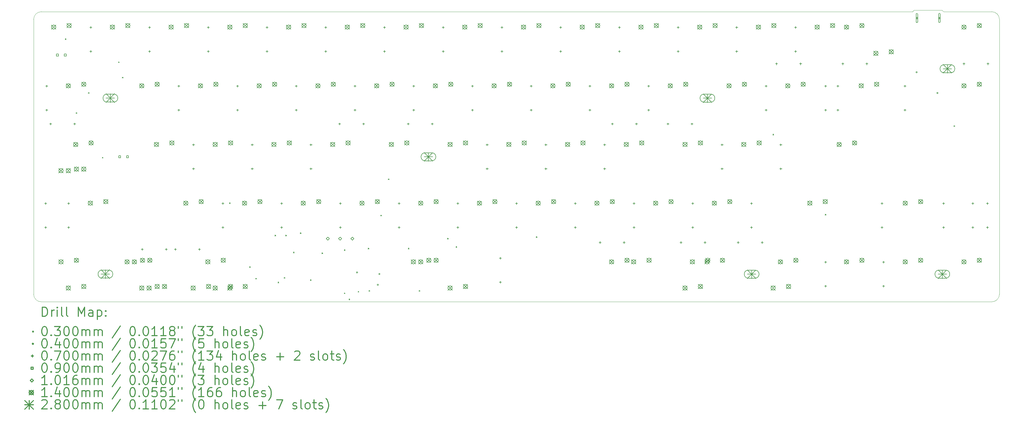
<source format=gbr>
%FSLAX45Y45*%
G04 Gerber Fmt 4.5, Leading zero omitted, Abs format (unit mm)*
G04 Created by KiCad (PCBNEW (5.1.12)-1) date 2021-12-15 00:33:17*
%MOMM*%
%LPD*%
G01*
G04 APERTURE LIST*
%TA.AperFunction,Profile*%
%ADD10C,0.100000*%
%TD*%
%ADD11C,0.200000*%
%ADD12C,0.300000*%
G04 APERTURE END LIST*
D10*
X31475000Y-2860000D02*
X32375000Y-2860000D01*
X32375000Y-2860000D02*
G75*
G02*
X32400000Y-2885000I0J-25000D01*
G01*
X32425000Y-2910000D02*
G75*
G02*
X32400000Y-2885000I0J25000D01*
G01*
X31450000Y-2885000D02*
G75*
G02*
X31475000Y-2860000I25000J0D01*
G01*
X31450000Y-2885000D02*
G75*
G02*
X31425000Y-2910000I-25000J0D01*
G01*
X32425000Y-2910000D02*
X33987500Y-2910000D01*
X3160000Y-2910000D02*
X31425000Y-2910000D01*
X34237500Y-3160000D02*
X34237500Y-12080000D01*
X2910000Y-12080000D02*
G75*
G03*
X3160000Y-12330000I250000J0D01*
G01*
X33987500Y-12330000D02*
G75*
G03*
X34237500Y-12080000I0J250000D01*
G01*
X34237500Y-3160000D02*
G75*
G03*
X33987500Y-2910000I-250000J0D01*
G01*
X3160000Y-2910000D02*
G75*
G03*
X2910000Y-3160000I0J-250000D01*
G01*
X3160000Y-12330000D02*
X33987500Y-12330000D01*
X2910000Y-3160000D02*
X2910000Y-12080000D01*
D11*
X3935000Y-3785000D02*
X3965000Y-3815000D01*
X3965000Y-3785000D02*
X3935000Y-3815000D01*
X4285000Y-6185000D02*
X4315000Y-6215000D01*
X4315000Y-6185000D02*
X4285000Y-6215000D01*
X4685000Y-5535000D02*
X4715000Y-5565000D01*
X4715000Y-5535000D02*
X4685000Y-5565000D01*
X5135000Y-7635001D02*
X5165000Y-7665001D01*
X5165000Y-7635001D02*
X5135000Y-7665001D01*
X5660000Y-4535000D02*
X5690000Y-4565000D01*
X5690000Y-4535000D02*
X5660000Y-4565000D01*
X5785000Y-5035000D02*
X5815000Y-5065000D01*
X5815000Y-5035000D02*
X5785000Y-5065000D01*
X9260000Y-9110000D02*
X9290000Y-9140000D01*
X9290000Y-9110000D02*
X9260000Y-9140000D01*
X9910000Y-11185000D02*
X9940000Y-11215000D01*
X9940000Y-11185000D02*
X9910000Y-11215000D01*
X10110000Y-11560000D02*
X10140000Y-11590000D01*
X10140000Y-11560000D02*
X10110000Y-11590000D01*
X10735000Y-10160000D02*
X10765000Y-10190000D01*
X10765000Y-10160000D02*
X10735000Y-10190000D01*
X10835000Y-11685000D02*
X10865000Y-11715000D01*
X10865000Y-11685000D02*
X10835000Y-11715000D01*
X11035000Y-11535000D02*
X11065000Y-11565000D01*
X11065000Y-11535000D02*
X11035000Y-11565000D01*
X11085000Y-10160000D02*
X11115000Y-10190000D01*
X11115000Y-10160000D02*
X11085000Y-10190000D01*
X11335000Y-10710000D02*
X11365000Y-10740000D01*
X11365000Y-10710000D02*
X11335000Y-10740000D01*
X11560000Y-10085000D02*
X11590000Y-10115000D01*
X11590000Y-10085000D02*
X11560000Y-10115000D01*
X11885000Y-11610000D02*
X11915000Y-11640000D01*
X11915000Y-11610000D02*
X11885000Y-11640000D01*
X12260000Y-10735000D02*
X12290000Y-10765000D01*
X12290000Y-10735000D02*
X12260000Y-10765000D01*
X12985000Y-10635000D02*
X13015000Y-10665000D01*
X13015000Y-10635000D02*
X12985000Y-10665000D01*
X12985000Y-12035000D02*
X13015000Y-12065000D01*
X13015000Y-12035000D02*
X12985000Y-12065000D01*
X13135000Y-12235000D02*
X13165000Y-12265000D01*
X13165000Y-12235000D02*
X13135000Y-12265000D01*
X13435000Y-11985000D02*
X13465000Y-12015000D01*
X13465000Y-11985000D02*
X13435000Y-12015000D01*
X13760000Y-10585000D02*
X13790000Y-10615000D01*
X13790000Y-10585000D02*
X13760000Y-10615000D01*
X13785000Y-11960000D02*
X13815000Y-11990000D01*
X13815000Y-11960000D02*
X13785000Y-11990000D01*
X14163750Y-9513750D02*
X14193750Y-9543750D01*
X14193750Y-9513750D02*
X14163750Y-9543750D01*
X14410000Y-8335000D02*
X14440000Y-8365000D01*
X14440000Y-8335000D02*
X14410000Y-8365000D01*
X15060000Y-10585000D02*
X15090000Y-10615000D01*
X15090000Y-10585000D02*
X15060000Y-10615000D01*
X15410000Y-11960000D02*
X15440000Y-11990000D01*
X15440000Y-11960000D02*
X15410000Y-11990000D01*
X16335000Y-10260000D02*
X16365000Y-10290000D01*
X16365000Y-10260000D02*
X16335000Y-10290000D01*
X16610000Y-10535000D02*
X16640000Y-10565000D01*
X16640000Y-10535000D02*
X16610000Y-10565000D01*
X19210000Y-10210000D02*
X19240000Y-10240000D01*
X19240000Y-10210000D02*
X19210000Y-10240000D01*
X26885000Y-6885000D02*
X26915000Y-6915000D01*
X26915000Y-6885000D02*
X26885000Y-6915000D01*
X28585000Y-9485000D02*
X28615000Y-9515000D01*
X28615000Y-9485000D02*
X28585000Y-9515000D01*
X32760000Y-6610000D02*
X32790000Y-6640000D01*
X32790000Y-6610000D02*
X32760000Y-6640000D01*
X13420000Y-11375000D02*
G75*
G03*
X13420000Y-11375000I-20000J0D01*
G01*
X14095000Y-11775000D02*
G75*
G03*
X14095000Y-11775000I-20000J0D01*
G01*
X14145000Y-11425000D02*
G75*
G03*
X14145000Y-11425000I-20000J0D01*
G01*
X31570000Y-4875000D02*
G75*
G03*
X31570000Y-4875000I-20000J0D01*
G01*
X32245000Y-5550000D02*
G75*
G03*
X32245000Y-5550000I-20000J0D01*
G01*
X3300000Y-9100000D02*
X3300000Y-9170000D01*
X3265000Y-9135000D02*
X3335000Y-9135000D01*
X3300000Y-9880000D02*
X3300000Y-9950000D01*
X3265000Y-9915000D02*
X3335000Y-9915000D01*
X3333750Y-5290000D02*
X3333750Y-5360000D01*
X3298750Y-5325000D02*
X3368750Y-5325000D01*
X3333750Y-6070000D02*
X3333750Y-6140000D01*
X3298750Y-6105000D02*
X3368750Y-6105000D01*
X3460000Y-6515000D02*
X3460000Y-6585000D01*
X3425000Y-6550000D02*
X3495000Y-6550000D01*
X4048125Y-9100000D02*
X4048125Y-9170000D01*
X4013125Y-9135000D02*
X4083125Y-9135000D01*
X4048125Y-9880000D02*
X4048125Y-9950000D01*
X4013125Y-9915000D02*
X4083125Y-9915000D01*
X4240000Y-6515000D02*
X4240000Y-6585000D01*
X4205000Y-6550000D02*
X4275000Y-6550000D01*
X4762500Y-3385000D02*
X4762500Y-3455000D01*
X4727500Y-3420000D02*
X4797500Y-3420000D01*
X4762500Y-4165000D02*
X4762500Y-4235000D01*
X4727500Y-4200000D02*
X4797500Y-4200000D01*
X6435000Y-10590000D02*
X6435000Y-10660000D01*
X6400000Y-10625000D02*
X6470000Y-10625000D01*
X6667500Y-3385000D02*
X6667500Y-3455000D01*
X6632500Y-3420000D02*
X6702500Y-3420000D01*
X6667500Y-4165000D02*
X6667500Y-4235000D01*
X6632500Y-4200000D02*
X6702500Y-4200000D01*
X7215000Y-10590000D02*
X7215000Y-10660000D01*
X7180000Y-10625000D02*
X7250000Y-10625000D01*
X7510000Y-10590000D02*
X7510000Y-10660000D01*
X7475000Y-10625000D02*
X7545000Y-10625000D01*
X7620000Y-5290000D02*
X7620000Y-5360000D01*
X7585000Y-5325000D02*
X7655000Y-5325000D01*
X7620000Y-6070000D02*
X7620000Y-6140000D01*
X7585000Y-6105000D02*
X7655000Y-6105000D01*
X8096250Y-7195000D02*
X8096250Y-7265000D01*
X8061250Y-7230000D02*
X8131250Y-7230000D01*
X8096250Y-7975000D02*
X8096250Y-8045000D01*
X8061250Y-8010000D02*
X8131250Y-8010000D01*
X8290000Y-10590000D02*
X8290000Y-10660000D01*
X8255000Y-10625000D02*
X8325000Y-10625000D01*
X8572500Y-3385000D02*
X8572500Y-3455000D01*
X8537500Y-3420000D02*
X8607500Y-3420000D01*
X8572500Y-4165000D02*
X8572500Y-4235000D01*
X8537500Y-4200000D02*
X8607500Y-4200000D01*
X9048750Y-9100000D02*
X9048750Y-9170000D01*
X9013750Y-9135000D02*
X9083750Y-9135000D01*
X9048750Y-9880000D02*
X9048750Y-9950000D01*
X9013750Y-9915000D02*
X9083750Y-9915000D01*
X9525000Y-5290000D02*
X9525000Y-5360000D01*
X9490000Y-5325000D02*
X9560000Y-5325000D01*
X9525000Y-6070000D02*
X9525000Y-6140000D01*
X9490000Y-6105000D02*
X9560000Y-6105000D01*
X10001250Y-7195000D02*
X10001250Y-7265000D01*
X9966250Y-7230000D02*
X10036250Y-7230000D01*
X10001250Y-7975000D02*
X10001250Y-8045000D01*
X9966250Y-8010000D02*
X10036250Y-8010000D01*
X10477500Y-3385000D02*
X10477500Y-3455000D01*
X10442500Y-3420000D02*
X10512500Y-3420000D01*
X10477500Y-4165000D02*
X10477500Y-4235000D01*
X10442500Y-4200000D02*
X10512500Y-4200000D01*
X10953750Y-9100000D02*
X10953750Y-9170000D01*
X10918750Y-9135000D02*
X10988750Y-9135000D01*
X10953750Y-9880000D02*
X10953750Y-9950000D01*
X10918750Y-9915000D02*
X10988750Y-9915000D01*
X11430000Y-5290000D02*
X11430000Y-5360000D01*
X11395000Y-5325000D02*
X11465000Y-5325000D01*
X11430000Y-6070000D02*
X11430000Y-6140000D01*
X11395000Y-6105000D02*
X11465000Y-6105000D01*
X11906250Y-7195000D02*
X11906250Y-7265000D01*
X11871250Y-7230000D02*
X11941250Y-7230000D01*
X11906250Y-7975000D02*
X11906250Y-8045000D01*
X11871250Y-8010000D02*
X11941250Y-8010000D01*
X12382500Y-3385000D02*
X12382500Y-3455000D01*
X12347500Y-3420000D02*
X12417500Y-3420000D01*
X12382500Y-4165000D02*
X12382500Y-4235000D01*
X12347500Y-4200000D02*
X12417500Y-4200000D01*
X12835000Y-6515000D02*
X12835000Y-6585000D01*
X12800000Y-6550000D02*
X12870000Y-6550000D01*
X12858750Y-9100000D02*
X12858750Y-9170000D01*
X12823750Y-9135000D02*
X12893750Y-9135000D01*
X12858750Y-9880000D02*
X12858750Y-9950000D01*
X12823750Y-9915000D02*
X12893750Y-9915000D01*
X13335000Y-5290000D02*
X13335000Y-5360000D01*
X13300000Y-5325000D02*
X13370000Y-5325000D01*
X13335000Y-6070000D02*
X13335000Y-6140000D01*
X13300000Y-6105000D02*
X13370000Y-6105000D01*
X13615000Y-6515000D02*
X13615000Y-6585000D01*
X13580000Y-6550000D02*
X13650000Y-6550000D01*
X14287500Y-3385000D02*
X14287500Y-3455000D01*
X14252500Y-3420000D02*
X14322500Y-3420000D01*
X14287500Y-4165000D02*
X14287500Y-4235000D01*
X14252500Y-4200000D02*
X14322500Y-4200000D01*
X14763750Y-9100000D02*
X14763750Y-9170000D01*
X14728750Y-9135000D02*
X14798750Y-9135000D01*
X14763750Y-9880000D02*
X14763750Y-9950000D01*
X14728750Y-9915000D02*
X14798750Y-9915000D01*
X15060000Y-6515000D02*
X15060000Y-6585000D01*
X15025000Y-6550000D02*
X15095000Y-6550000D01*
X15240000Y-5290000D02*
X15240000Y-5360000D01*
X15205000Y-5325000D02*
X15275000Y-5325000D01*
X15240000Y-6070000D02*
X15240000Y-6140000D01*
X15205000Y-6105000D02*
X15275000Y-6105000D01*
X15840000Y-6515000D02*
X15840000Y-6585000D01*
X15805000Y-6550000D02*
X15875000Y-6550000D01*
X16192500Y-3385000D02*
X16192500Y-3455000D01*
X16157500Y-3420000D02*
X16227500Y-3420000D01*
X16192500Y-4165000D02*
X16192500Y-4235000D01*
X16157500Y-4200000D02*
X16227500Y-4200000D01*
X16668750Y-9100000D02*
X16668750Y-9170000D01*
X16633750Y-9135000D02*
X16703750Y-9135000D01*
X16668750Y-9880000D02*
X16668750Y-9950000D01*
X16633750Y-9915000D02*
X16703750Y-9915000D01*
X17145000Y-5290000D02*
X17145000Y-5360000D01*
X17110000Y-5325000D02*
X17180000Y-5325000D01*
X17145000Y-6070000D02*
X17145000Y-6140000D01*
X17110000Y-6105000D02*
X17180000Y-6105000D01*
X17621250Y-7195000D02*
X17621250Y-7265000D01*
X17586250Y-7230000D02*
X17656250Y-7230000D01*
X17621250Y-7975000D02*
X17621250Y-8045000D01*
X17586250Y-8010000D02*
X17656250Y-8010000D01*
X18050000Y-10875000D02*
X18050000Y-10945000D01*
X18015000Y-10910000D02*
X18085000Y-10910000D01*
X18050000Y-11655000D02*
X18050000Y-11725000D01*
X18015000Y-11690000D02*
X18085000Y-11690000D01*
X18097500Y-3385000D02*
X18097500Y-3455000D01*
X18062500Y-3420000D02*
X18132500Y-3420000D01*
X18097500Y-4165000D02*
X18097500Y-4235000D01*
X18062500Y-4200000D02*
X18132500Y-4200000D01*
X18573750Y-9100000D02*
X18573750Y-9170000D01*
X18538750Y-9135000D02*
X18608750Y-9135000D01*
X18573750Y-9880000D02*
X18573750Y-9950000D01*
X18538750Y-9915000D02*
X18608750Y-9915000D01*
X19050000Y-5290000D02*
X19050000Y-5360000D01*
X19015000Y-5325000D02*
X19085000Y-5325000D01*
X19050000Y-6070000D02*
X19050000Y-6140000D01*
X19015000Y-6105000D02*
X19085000Y-6105000D01*
X19526250Y-7195000D02*
X19526250Y-7265000D01*
X19491250Y-7230000D02*
X19561250Y-7230000D01*
X19526250Y-7975000D02*
X19526250Y-8045000D01*
X19491250Y-8010000D02*
X19561250Y-8010000D01*
X20002500Y-3385000D02*
X20002500Y-3455000D01*
X19967500Y-3420000D02*
X20037500Y-3420000D01*
X20002500Y-4165000D02*
X20002500Y-4235000D01*
X19967500Y-4200000D02*
X20037500Y-4200000D01*
X20478750Y-9100000D02*
X20478750Y-9170000D01*
X20443750Y-9135000D02*
X20513750Y-9135000D01*
X20478750Y-9880000D02*
X20478750Y-9950000D01*
X20443750Y-9915000D02*
X20513750Y-9915000D01*
X20955000Y-5290000D02*
X20955000Y-5360000D01*
X20920000Y-5325000D02*
X20990000Y-5325000D01*
X20955000Y-6070000D02*
X20955000Y-6140000D01*
X20920000Y-6105000D02*
X20990000Y-6105000D01*
X21285000Y-10365000D02*
X21285000Y-10435000D01*
X21250000Y-10400000D02*
X21320000Y-10400000D01*
X21431250Y-7195000D02*
X21431250Y-7265000D01*
X21396250Y-7230000D02*
X21466250Y-7230000D01*
X21431250Y-7975000D02*
X21431250Y-8045000D01*
X21396250Y-8010000D02*
X21466250Y-8010000D01*
X21685000Y-6515000D02*
X21685000Y-6585000D01*
X21650000Y-6550000D02*
X21720000Y-6550000D01*
X21907500Y-3385000D02*
X21907500Y-3455000D01*
X21872500Y-3420000D02*
X21942500Y-3420000D01*
X21907500Y-4165000D02*
X21907500Y-4235000D01*
X21872500Y-4200000D02*
X21942500Y-4200000D01*
X22065000Y-10365000D02*
X22065000Y-10435000D01*
X22030000Y-10400000D02*
X22100000Y-10400000D01*
X22383750Y-9100000D02*
X22383750Y-9170000D01*
X22348750Y-9135000D02*
X22418750Y-9135000D01*
X22383750Y-9880000D02*
X22383750Y-9950000D01*
X22348750Y-9915000D02*
X22418750Y-9915000D01*
X22465000Y-6515000D02*
X22465000Y-6585000D01*
X22430000Y-6550000D02*
X22500000Y-6550000D01*
X22860000Y-5290000D02*
X22860000Y-5360000D01*
X22825000Y-5325000D02*
X22895000Y-5325000D01*
X22860000Y-6070000D02*
X22860000Y-6140000D01*
X22825000Y-6105000D02*
X22895000Y-6105000D01*
X23485000Y-6515000D02*
X23485000Y-6585000D01*
X23450000Y-6550000D02*
X23520000Y-6550000D01*
X23812500Y-3385000D02*
X23812500Y-3455000D01*
X23777500Y-3420000D02*
X23847500Y-3420000D01*
X23812500Y-4165000D02*
X23812500Y-4235000D01*
X23777500Y-4200000D02*
X23847500Y-4200000D01*
X23910000Y-10365000D02*
X23910000Y-10435000D01*
X23875000Y-10400000D02*
X23945000Y-10400000D01*
X24265000Y-6515000D02*
X24265000Y-6585000D01*
X24230000Y-6550000D02*
X24300000Y-6550000D01*
X24288750Y-9100000D02*
X24288750Y-9170000D01*
X24253750Y-9135000D02*
X24323750Y-9135000D01*
X24288750Y-9880000D02*
X24288750Y-9950000D01*
X24253750Y-9915000D02*
X24323750Y-9915000D01*
X24690000Y-10365000D02*
X24690000Y-10435000D01*
X24655000Y-10400000D02*
X24725000Y-10400000D01*
X25241250Y-7195000D02*
X25241250Y-7265000D01*
X25206250Y-7230000D02*
X25276250Y-7230000D01*
X25241250Y-7975000D02*
X25241250Y-8045000D01*
X25206250Y-8010000D02*
X25276250Y-8010000D01*
X25716250Y-3383750D02*
X25716250Y-3453750D01*
X25681250Y-3418750D02*
X25751250Y-3418750D01*
X25716250Y-4163750D02*
X25716250Y-4233750D01*
X25681250Y-4198750D02*
X25751250Y-4198750D01*
X25760000Y-10365000D02*
X25760000Y-10435000D01*
X25725000Y-10400000D02*
X25795000Y-10400000D01*
X26193750Y-9100000D02*
X26193750Y-9170000D01*
X26158750Y-9135000D02*
X26228750Y-9135000D01*
X26193750Y-9880000D02*
X26193750Y-9950000D01*
X26158750Y-9915000D02*
X26228750Y-9915000D01*
X26540000Y-10365000D02*
X26540000Y-10435000D01*
X26505000Y-10400000D02*
X26575000Y-10400000D01*
X26670000Y-5290000D02*
X26670000Y-5360000D01*
X26635000Y-5325000D02*
X26705000Y-5325000D01*
X26670000Y-6070000D02*
X26670000Y-6140000D01*
X26635000Y-6105000D02*
X26705000Y-6105000D01*
X27010000Y-4565000D02*
X27010000Y-4635000D01*
X26975000Y-4600000D02*
X27045000Y-4600000D01*
X27146250Y-7195000D02*
X27146250Y-7265000D01*
X27111250Y-7230000D02*
X27181250Y-7230000D01*
X27146250Y-7975000D02*
X27146250Y-8045000D01*
X27111250Y-8010000D02*
X27181250Y-8010000D01*
X27622500Y-3385000D02*
X27622500Y-3455000D01*
X27587500Y-3420000D02*
X27657500Y-3420000D01*
X27622500Y-4165000D02*
X27622500Y-4235000D01*
X27587500Y-4200000D02*
X27657500Y-4200000D01*
X27790000Y-4565000D02*
X27790000Y-4635000D01*
X27755000Y-4600000D02*
X27825000Y-4600000D01*
X28600000Y-5290000D02*
X28600000Y-5360000D01*
X28565000Y-5325000D02*
X28635000Y-5325000D01*
X28600000Y-6070000D02*
X28600000Y-6140000D01*
X28565000Y-6105000D02*
X28635000Y-6105000D01*
X28600000Y-11005000D02*
X28600000Y-11075000D01*
X28565000Y-11040000D02*
X28635000Y-11040000D01*
X28600000Y-11785000D02*
X28600000Y-11855000D01*
X28565000Y-11820000D02*
X28635000Y-11820000D01*
X29000000Y-5290000D02*
X29000000Y-5360000D01*
X28965000Y-5325000D02*
X29035000Y-5325000D01*
X29000000Y-6070000D02*
X29000000Y-6140000D01*
X28965000Y-6105000D02*
X29035000Y-6105000D01*
X29160000Y-4565000D02*
X29160000Y-4635000D01*
X29125000Y-4600000D02*
X29195000Y-4600000D01*
X29940000Y-4565000D02*
X29940000Y-4635000D01*
X29905000Y-4600000D02*
X29975000Y-4600000D01*
X30425000Y-9100000D02*
X30425000Y-9170000D01*
X30390000Y-9135000D02*
X30460000Y-9135000D01*
X30425000Y-9880000D02*
X30425000Y-9950000D01*
X30390000Y-9915000D02*
X30460000Y-9915000D01*
X30480000Y-11005000D02*
X30480000Y-11075000D01*
X30445000Y-11040000D02*
X30515000Y-11040000D01*
X30480000Y-11785000D02*
X30480000Y-11855000D01*
X30445000Y-11820000D02*
X30515000Y-11820000D01*
X31175000Y-5290000D02*
X31175000Y-5360000D01*
X31140000Y-5325000D02*
X31210000Y-5325000D01*
X31175000Y-6070000D02*
X31175000Y-6140000D01*
X31140000Y-6105000D02*
X31210000Y-6105000D01*
X31560000Y-3078750D02*
X31560000Y-3148750D01*
X31525000Y-3113750D02*
X31595000Y-3113750D01*
X31535000Y-2988750D02*
X31535000Y-3238750D01*
X31585000Y-2988750D02*
X31585000Y-3238750D01*
X31535000Y-3238750D02*
G75*
G03*
X31585000Y-3238750I25000J0D01*
G01*
X31585000Y-2988750D02*
G75*
G03*
X31535000Y-2988750I-25000J0D01*
G01*
X32290000Y-3078750D02*
X32290000Y-3148750D01*
X32255000Y-3113750D02*
X32325000Y-3113750D01*
X32265000Y-2988750D02*
X32265000Y-3238750D01*
X32315000Y-2988750D02*
X32315000Y-3238750D01*
X32265000Y-3238750D02*
G75*
G03*
X32315000Y-3238750I25000J0D01*
G01*
X32315000Y-2988750D02*
G75*
G03*
X32265000Y-2988750I-25000J0D01*
G01*
X32425000Y-9100000D02*
X32425000Y-9170000D01*
X32390000Y-9135000D02*
X32460000Y-9135000D01*
X32425000Y-9880000D02*
X32425000Y-9950000D01*
X32390000Y-9915000D02*
X32460000Y-9915000D01*
X33085000Y-4565000D02*
X33085000Y-4635000D01*
X33050000Y-4600000D02*
X33120000Y-4600000D01*
X33375000Y-9100000D02*
X33375000Y-9170000D01*
X33340000Y-9135000D02*
X33410000Y-9135000D01*
X33375000Y-9880000D02*
X33375000Y-9950000D01*
X33340000Y-9915000D02*
X33410000Y-9915000D01*
X33850000Y-9100000D02*
X33850000Y-9170000D01*
X33815000Y-9135000D02*
X33885000Y-9135000D01*
X33850000Y-9880000D02*
X33850000Y-9950000D01*
X33815000Y-9915000D02*
X33885000Y-9915000D01*
X33865000Y-4565000D02*
X33865000Y-4635000D01*
X33830000Y-4600000D02*
X33900000Y-4600000D01*
X3714820Y-4349820D02*
X3714820Y-4286180D01*
X3651180Y-4286180D01*
X3651180Y-4349820D01*
X3714820Y-4349820D01*
X3968820Y-4349820D02*
X3968820Y-4286180D01*
X3905180Y-4286180D01*
X3905180Y-4349820D01*
X3968820Y-4349820D01*
X5731820Y-7651820D02*
X5731820Y-7588180D01*
X5668180Y-7588180D01*
X5668180Y-7651820D01*
X5731820Y-7651820D01*
X5985820Y-7651820D02*
X5985820Y-7588180D01*
X5922180Y-7588180D01*
X5922180Y-7651820D01*
X5985820Y-7651820D01*
X12450000Y-10325800D02*
X12500800Y-10275000D01*
X12450000Y-10224200D01*
X12399200Y-10275000D01*
X12450000Y-10325800D01*
X12850000Y-10325800D02*
X12900800Y-10275000D01*
X12850000Y-10224200D01*
X12799200Y-10275000D01*
X12850000Y-10325800D01*
X13250000Y-10325800D02*
X13300800Y-10275000D01*
X13250000Y-10224200D01*
X13199200Y-10275000D01*
X13250000Y-10325800D01*
X3490000Y-3340000D02*
X3630000Y-3480000D01*
X3630000Y-3340000D02*
X3490000Y-3480000D01*
X3630000Y-3410000D02*
G75*
G03*
X3630000Y-3410000I-70000J0D01*
G01*
X3728125Y-8000000D02*
X3868125Y-8140000D01*
X3868125Y-8000000D02*
X3728125Y-8140000D01*
X3868125Y-8070000D02*
G75*
G03*
X3868125Y-8070000I-70000J0D01*
G01*
X3728125Y-10960000D02*
X3868125Y-11100000D01*
X3868125Y-10960000D02*
X3728125Y-11100000D01*
X3868125Y-11030000D02*
G75*
G03*
X3868125Y-11030000I-70000J0D01*
G01*
X3966250Y-5245000D02*
X4106250Y-5385000D01*
X4106250Y-5245000D02*
X3966250Y-5385000D01*
X4106250Y-5315000D02*
G75*
G03*
X4106250Y-5315000I-70000J0D01*
G01*
X3966250Y-8000000D02*
X4106250Y-8140000D01*
X4106250Y-8000000D02*
X3966250Y-8140000D01*
X4106250Y-8070000D02*
G75*
G03*
X4106250Y-8070000I-70000J0D01*
G01*
X3966250Y-11810000D02*
X4106250Y-11950000D01*
X4106250Y-11810000D02*
X3966250Y-11950000D01*
X4106250Y-11880000D02*
G75*
G03*
X4106250Y-11880000I-70000J0D01*
G01*
X3990000Y-3290000D02*
X4130000Y-3430000D01*
X4130000Y-3290000D02*
X3990000Y-3430000D01*
X4130000Y-3360000D02*
G75*
G03*
X4130000Y-3360000I-70000J0D01*
G01*
X4204375Y-7150000D02*
X4344375Y-7290000D01*
X4344375Y-7150000D02*
X4204375Y-7290000D01*
X4344375Y-7220000D02*
G75*
G03*
X4344375Y-7220000I-70000J0D01*
G01*
X4228125Y-7950000D02*
X4368125Y-8090000D01*
X4368125Y-7950000D02*
X4228125Y-8090000D01*
X4368125Y-8020000D02*
G75*
G03*
X4368125Y-8020000I-70000J0D01*
G01*
X4228125Y-10910000D02*
X4368125Y-11050000D01*
X4368125Y-10910000D02*
X4228125Y-11050000D01*
X4368125Y-10980000D02*
G75*
G03*
X4368125Y-10980000I-70000J0D01*
G01*
X4466250Y-5195000D02*
X4606250Y-5335000D01*
X4606250Y-5195000D02*
X4466250Y-5335000D01*
X4606250Y-5265000D02*
G75*
G03*
X4606250Y-5265000I-70000J0D01*
G01*
X4466250Y-7950000D02*
X4606250Y-8090000D01*
X4606250Y-7950000D02*
X4466250Y-8090000D01*
X4606250Y-8020000D02*
G75*
G03*
X4606250Y-8020000I-70000J0D01*
G01*
X4466250Y-11760000D02*
X4606250Y-11900000D01*
X4606250Y-11760000D02*
X4466250Y-11900000D01*
X4606250Y-11830000D02*
G75*
G03*
X4606250Y-11830000I-70000J0D01*
G01*
X4680625Y-9055000D02*
X4820625Y-9195000D01*
X4820625Y-9055000D02*
X4680625Y-9195000D01*
X4820625Y-9125000D02*
G75*
G03*
X4820625Y-9125000I-70000J0D01*
G01*
X4704375Y-7100000D02*
X4844375Y-7240000D01*
X4844375Y-7100000D02*
X4704375Y-7240000D01*
X4844375Y-7170000D02*
G75*
G03*
X4844375Y-7170000I-70000J0D01*
G01*
X5180625Y-9005000D02*
X5320625Y-9145000D01*
X5320625Y-9005000D02*
X5180625Y-9145000D01*
X5320625Y-9075000D02*
G75*
G03*
X5320625Y-9075000I-70000J0D01*
G01*
X5395000Y-3340000D02*
X5535000Y-3480000D01*
X5535000Y-3340000D02*
X5395000Y-3480000D01*
X5535000Y-3410000D02*
G75*
G03*
X5535000Y-3410000I-70000J0D01*
G01*
X5871250Y-10960000D02*
X6011250Y-11100000D01*
X6011250Y-10960000D02*
X5871250Y-11100000D01*
X6011250Y-11030000D02*
G75*
G03*
X6011250Y-11030000I-70000J0D01*
G01*
X5895000Y-3290000D02*
X6035000Y-3430000D01*
X6035000Y-3290000D02*
X5895000Y-3430000D01*
X6035000Y-3360000D02*
G75*
G03*
X6035000Y-3360000I-70000J0D01*
G01*
X6109375Y-10960000D02*
X6249375Y-11100000D01*
X6249375Y-10960000D02*
X6109375Y-11100000D01*
X6249375Y-11030000D02*
G75*
G03*
X6249375Y-11030000I-70000J0D01*
G01*
X6347500Y-5245000D02*
X6487500Y-5385000D01*
X6487500Y-5245000D02*
X6347500Y-5385000D01*
X6487500Y-5315000D02*
G75*
G03*
X6487500Y-5315000I-70000J0D01*
G01*
X6347500Y-11810000D02*
X6487500Y-11950000D01*
X6487500Y-11810000D02*
X6347500Y-11950000D01*
X6487500Y-11880000D02*
G75*
G03*
X6487500Y-11880000I-70000J0D01*
G01*
X6371250Y-10910000D02*
X6511250Y-11050000D01*
X6511250Y-10910000D02*
X6371250Y-11050000D01*
X6511250Y-10980000D02*
G75*
G03*
X6511250Y-10980000I-70000J0D01*
G01*
X6585625Y-11810000D02*
X6725625Y-11950000D01*
X6725625Y-11810000D02*
X6585625Y-11950000D01*
X6725625Y-11880000D02*
G75*
G03*
X6725625Y-11880000I-70000J0D01*
G01*
X6609375Y-10910000D02*
X6749375Y-11050000D01*
X6749375Y-10910000D02*
X6609375Y-11050000D01*
X6749375Y-10980000D02*
G75*
G03*
X6749375Y-10980000I-70000J0D01*
G01*
X6823750Y-7150000D02*
X6963750Y-7290000D01*
X6963750Y-7150000D02*
X6823750Y-7290000D01*
X6963750Y-7220000D02*
G75*
G03*
X6963750Y-7220000I-70000J0D01*
G01*
X6847500Y-5195000D02*
X6987500Y-5335000D01*
X6987500Y-5195000D02*
X6847500Y-5335000D01*
X6987500Y-5265000D02*
G75*
G03*
X6987500Y-5265000I-70000J0D01*
G01*
X6847500Y-11760000D02*
X6987500Y-11900000D01*
X6987500Y-11760000D02*
X6847500Y-11900000D01*
X6987500Y-11830000D02*
G75*
G03*
X6987500Y-11830000I-70000J0D01*
G01*
X7085625Y-11760000D02*
X7225625Y-11900000D01*
X7225625Y-11760000D02*
X7085625Y-11900000D01*
X7225625Y-11830000D02*
G75*
G03*
X7225625Y-11830000I-70000J0D01*
G01*
X7300000Y-3340000D02*
X7440000Y-3480000D01*
X7440000Y-3340000D02*
X7300000Y-3480000D01*
X7440000Y-3410000D02*
G75*
G03*
X7440000Y-3410000I-70000J0D01*
G01*
X7323750Y-7100000D02*
X7463750Y-7240000D01*
X7463750Y-7100000D02*
X7323750Y-7240000D01*
X7463750Y-7170000D02*
G75*
G03*
X7463750Y-7170000I-70000J0D01*
G01*
X7776250Y-9055000D02*
X7916250Y-9195000D01*
X7916250Y-9055000D02*
X7776250Y-9195000D01*
X7916250Y-9125000D02*
G75*
G03*
X7916250Y-9125000I-70000J0D01*
G01*
X7800000Y-3290000D02*
X7940000Y-3430000D01*
X7940000Y-3290000D02*
X7800000Y-3430000D01*
X7940000Y-3360000D02*
G75*
G03*
X7940000Y-3360000I-70000J0D01*
G01*
X8014375Y-11810000D02*
X8154375Y-11950000D01*
X8154375Y-11810000D02*
X8014375Y-11950000D01*
X8154375Y-11880000D02*
G75*
G03*
X8154375Y-11880000I-70000J0D01*
G01*
X8252500Y-5245000D02*
X8392500Y-5385000D01*
X8392500Y-5245000D02*
X8252500Y-5385000D01*
X8392500Y-5315000D02*
G75*
G03*
X8392500Y-5315000I-70000J0D01*
G01*
X8276250Y-9005000D02*
X8416250Y-9145000D01*
X8416250Y-9005000D02*
X8276250Y-9145000D01*
X8416250Y-9075000D02*
G75*
G03*
X8416250Y-9075000I-70000J0D01*
G01*
X8490625Y-10960000D02*
X8630625Y-11100000D01*
X8630625Y-10960000D02*
X8490625Y-11100000D01*
X8630625Y-11030000D02*
G75*
G03*
X8630625Y-11030000I-70000J0D01*
G01*
X8514375Y-11760000D02*
X8654375Y-11900000D01*
X8654375Y-11760000D02*
X8514375Y-11900000D01*
X8654375Y-11830000D02*
G75*
G03*
X8654375Y-11830000I-70000J0D01*
G01*
X8728750Y-7150000D02*
X8868750Y-7290000D01*
X8868750Y-7150000D02*
X8728750Y-7290000D01*
X8868750Y-7220000D02*
G75*
G03*
X8868750Y-7220000I-70000J0D01*
G01*
X8728750Y-11810000D02*
X8868750Y-11950000D01*
X8868750Y-11810000D02*
X8728750Y-11950000D01*
X8868750Y-11880000D02*
G75*
G03*
X8868750Y-11880000I-70000J0D01*
G01*
X8752500Y-5195000D02*
X8892500Y-5335000D01*
X8892500Y-5195000D02*
X8752500Y-5335000D01*
X8892500Y-5265000D02*
G75*
G03*
X8892500Y-5265000I-70000J0D01*
G01*
X8990625Y-10910000D02*
X9130625Y-11050000D01*
X9130625Y-10910000D02*
X8990625Y-11050000D01*
X9130625Y-10980000D02*
G75*
G03*
X9130625Y-10980000I-70000J0D01*
G01*
X9205000Y-3340000D02*
X9345000Y-3480000D01*
X9345000Y-3340000D02*
X9205000Y-3480000D01*
X9345000Y-3410000D02*
G75*
G03*
X9345000Y-3410000I-70000J0D01*
G01*
X9205000Y-11810000D02*
X9345000Y-11950000D01*
X9345000Y-11810000D02*
X9205000Y-11950000D01*
X9345000Y-11880000D02*
G75*
G03*
X9345000Y-11880000I-70000J0D01*
G01*
X9228750Y-7100000D02*
X9368750Y-7240000D01*
X9368750Y-7100000D02*
X9228750Y-7240000D01*
X9368750Y-7170000D02*
G75*
G03*
X9368750Y-7170000I-70000J0D01*
G01*
X9228750Y-11760000D02*
X9368750Y-11900000D01*
X9368750Y-11760000D02*
X9228750Y-11900000D01*
X9368750Y-11830000D02*
G75*
G03*
X9368750Y-11830000I-70000J0D01*
G01*
X9681250Y-9055000D02*
X9821250Y-9195000D01*
X9821250Y-9055000D02*
X9681250Y-9195000D01*
X9821250Y-9125000D02*
G75*
G03*
X9821250Y-9125000I-70000J0D01*
G01*
X9705000Y-3290000D02*
X9845000Y-3430000D01*
X9845000Y-3290000D02*
X9705000Y-3430000D01*
X9845000Y-3360000D02*
G75*
G03*
X9845000Y-3360000I-70000J0D01*
G01*
X9705000Y-11760000D02*
X9845000Y-11900000D01*
X9845000Y-11760000D02*
X9705000Y-11900000D01*
X9845000Y-11830000D02*
G75*
G03*
X9845000Y-11830000I-70000J0D01*
G01*
X10157500Y-5245000D02*
X10297500Y-5385000D01*
X10297500Y-5245000D02*
X10157500Y-5385000D01*
X10297500Y-5315000D02*
G75*
G03*
X10297500Y-5315000I-70000J0D01*
G01*
X10181250Y-9005000D02*
X10321250Y-9145000D01*
X10321250Y-9005000D02*
X10181250Y-9145000D01*
X10321250Y-9075000D02*
G75*
G03*
X10321250Y-9075000I-70000J0D01*
G01*
X10633750Y-7150000D02*
X10773750Y-7290000D01*
X10773750Y-7150000D02*
X10633750Y-7290000D01*
X10773750Y-7220000D02*
G75*
G03*
X10773750Y-7220000I-70000J0D01*
G01*
X10657500Y-5195000D02*
X10797500Y-5335000D01*
X10797500Y-5195000D02*
X10657500Y-5335000D01*
X10797500Y-5265000D02*
G75*
G03*
X10797500Y-5265000I-70000J0D01*
G01*
X11110000Y-3340000D02*
X11250000Y-3480000D01*
X11250000Y-3340000D02*
X11110000Y-3480000D01*
X11250000Y-3410000D02*
G75*
G03*
X11250000Y-3410000I-70000J0D01*
G01*
X11133750Y-7100000D02*
X11273750Y-7240000D01*
X11273750Y-7100000D02*
X11133750Y-7240000D01*
X11273750Y-7170000D02*
G75*
G03*
X11273750Y-7170000I-70000J0D01*
G01*
X11586250Y-9055000D02*
X11726250Y-9195000D01*
X11726250Y-9055000D02*
X11586250Y-9195000D01*
X11726250Y-9125000D02*
G75*
G03*
X11726250Y-9125000I-70000J0D01*
G01*
X11610000Y-3290000D02*
X11750000Y-3430000D01*
X11750000Y-3290000D02*
X11610000Y-3430000D01*
X11750000Y-3360000D02*
G75*
G03*
X11750000Y-3360000I-70000J0D01*
G01*
X12062500Y-5245000D02*
X12202500Y-5385000D01*
X12202500Y-5245000D02*
X12062500Y-5385000D01*
X12202500Y-5315000D02*
G75*
G03*
X12202500Y-5315000I-70000J0D01*
G01*
X12086250Y-9005000D02*
X12226250Y-9145000D01*
X12226250Y-9005000D02*
X12086250Y-9145000D01*
X12226250Y-9075000D02*
G75*
G03*
X12226250Y-9075000I-70000J0D01*
G01*
X12538750Y-7150000D02*
X12678750Y-7290000D01*
X12678750Y-7150000D02*
X12538750Y-7290000D01*
X12678750Y-7220000D02*
G75*
G03*
X12678750Y-7220000I-70000J0D01*
G01*
X12562500Y-5195000D02*
X12702500Y-5335000D01*
X12702500Y-5195000D02*
X12562500Y-5335000D01*
X12702500Y-5265000D02*
G75*
G03*
X12702500Y-5265000I-70000J0D01*
G01*
X13015000Y-3340000D02*
X13155000Y-3480000D01*
X13155000Y-3340000D02*
X13015000Y-3480000D01*
X13155000Y-3410000D02*
G75*
G03*
X13155000Y-3410000I-70000J0D01*
G01*
X13038750Y-7100000D02*
X13178750Y-7240000D01*
X13178750Y-7100000D02*
X13038750Y-7240000D01*
X13178750Y-7170000D02*
G75*
G03*
X13178750Y-7170000I-70000J0D01*
G01*
X13491250Y-9055000D02*
X13631250Y-9195000D01*
X13631250Y-9055000D02*
X13491250Y-9195000D01*
X13631250Y-9125000D02*
G75*
G03*
X13631250Y-9125000I-70000J0D01*
G01*
X13515000Y-3290000D02*
X13655000Y-3430000D01*
X13655000Y-3290000D02*
X13515000Y-3430000D01*
X13655000Y-3360000D02*
G75*
G03*
X13655000Y-3360000I-70000J0D01*
G01*
X13967500Y-5245000D02*
X14107500Y-5385000D01*
X14107500Y-5245000D02*
X13967500Y-5385000D01*
X14107500Y-5315000D02*
G75*
G03*
X14107500Y-5315000I-70000J0D01*
G01*
X13991250Y-9005000D02*
X14131250Y-9145000D01*
X14131250Y-9005000D02*
X13991250Y-9145000D01*
X14131250Y-9075000D02*
G75*
G03*
X14131250Y-9075000I-70000J0D01*
G01*
X14443750Y-7150000D02*
X14583750Y-7290000D01*
X14583750Y-7150000D02*
X14443750Y-7290000D01*
X14583750Y-7220000D02*
G75*
G03*
X14583750Y-7220000I-70000J0D01*
G01*
X14467500Y-5195000D02*
X14607500Y-5335000D01*
X14607500Y-5195000D02*
X14467500Y-5335000D01*
X14607500Y-5265000D02*
G75*
G03*
X14607500Y-5265000I-70000J0D01*
G01*
X14920000Y-3340000D02*
X15060000Y-3480000D01*
X15060000Y-3340000D02*
X14920000Y-3480000D01*
X15060000Y-3410000D02*
G75*
G03*
X15060000Y-3410000I-70000J0D01*
G01*
X14943750Y-7100000D02*
X15083750Y-7240000D01*
X15083750Y-7100000D02*
X14943750Y-7240000D01*
X15083750Y-7170000D02*
G75*
G03*
X15083750Y-7170000I-70000J0D01*
G01*
X15158125Y-10960000D02*
X15298125Y-11100000D01*
X15298125Y-10960000D02*
X15158125Y-11100000D01*
X15298125Y-11030000D02*
G75*
G03*
X15298125Y-11030000I-70000J0D01*
G01*
X15396250Y-9055000D02*
X15536250Y-9195000D01*
X15536250Y-9055000D02*
X15396250Y-9195000D01*
X15536250Y-9125000D02*
G75*
G03*
X15536250Y-9125000I-70000J0D01*
G01*
X15396250Y-10960000D02*
X15536250Y-11100000D01*
X15536250Y-10960000D02*
X15396250Y-11100000D01*
X15536250Y-11030000D02*
G75*
G03*
X15536250Y-11030000I-70000J0D01*
G01*
X15420000Y-3290000D02*
X15560000Y-3430000D01*
X15560000Y-3290000D02*
X15420000Y-3430000D01*
X15560000Y-3360000D02*
G75*
G03*
X15560000Y-3360000I-70000J0D01*
G01*
X15658125Y-10910000D02*
X15798125Y-11050000D01*
X15798125Y-10910000D02*
X15658125Y-11050000D01*
X15798125Y-10980000D02*
G75*
G03*
X15798125Y-10980000I-70000J0D01*
G01*
X15872500Y-5245000D02*
X16012500Y-5385000D01*
X16012500Y-5245000D02*
X15872500Y-5385000D01*
X16012500Y-5315000D02*
G75*
G03*
X16012500Y-5315000I-70000J0D01*
G01*
X15896250Y-9005000D02*
X16036250Y-9145000D01*
X16036250Y-9005000D02*
X15896250Y-9145000D01*
X16036250Y-9075000D02*
G75*
G03*
X16036250Y-9075000I-70000J0D01*
G01*
X15896250Y-10910000D02*
X16036250Y-11050000D01*
X16036250Y-10910000D02*
X15896250Y-11050000D01*
X16036250Y-10980000D02*
G75*
G03*
X16036250Y-10980000I-70000J0D01*
G01*
X16348750Y-7150000D02*
X16488750Y-7290000D01*
X16488750Y-7150000D02*
X16348750Y-7290000D01*
X16488750Y-7220000D02*
G75*
G03*
X16488750Y-7220000I-70000J0D01*
G01*
X16348750Y-11810000D02*
X16488750Y-11950000D01*
X16488750Y-11810000D02*
X16348750Y-11950000D01*
X16488750Y-11880000D02*
G75*
G03*
X16488750Y-11880000I-70000J0D01*
G01*
X16372500Y-5195000D02*
X16512500Y-5335000D01*
X16512500Y-5195000D02*
X16372500Y-5335000D01*
X16512500Y-5265000D02*
G75*
G03*
X16512500Y-5265000I-70000J0D01*
G01*
X16825000Y-3340000D02*
X16965000Y-3480000D01*
X16965000Y-3340000D02*
X16825000Y-3480000D01*
X16965000Y-3410000D02*
G75*
G03*
X16965000Y-3410000I-70000J0D01*
G01*
X16848750Y-7100000D02*
X16988750Y-7240000D01*
X16988750Y-7100000D02*
X16848750Y-7240000D01*
X16988750Y-7170000D02*
G75*
G03*
X16988750Y-7170000I-70000J0D01*
G01*
X16848750Y-11760000D02*
X16988750Y-11900000D01*
X16988750Y-11760000D02*
X16848750Y-11900000D01*
X16988750Y-11830000D02*
G75*
G03*
X16988750Y-11830000I-70000J0D01*
G01*
X17301250Y-9055000D02*
X17441250Y-9195000D01*
X17441250Y-9055000D02*
X17301250Y-9195000D01*
X17441250Y-9125000D02*
G75*
G03*
X17441250Y-9125000I-70000J0D01*
G01*
X17325000Y-3290000D02*
X17465000Y-3430000D01*
X17465000Y-3290000D02*
X17325000Y-3430000D01*
X17465000Y-3360000D02*
G75*
G03*
X17465000Y-3360000I-70000J0D01*
G01*
X17777500Y-5245000D02*
X17917500Y-5385000D01*
X17917500Y-5245000D02*
X17777500Y-5385000D01*
X17917500Y-5315000D02*
G75*
G03*
X17917500Y-5315000I-70000J0D01*
G01*
X17801250Y-9005000D02*
X17941250Y-9145000D01*
X17941250Y-9005000D02*
X17801250Y-9145000D01*
X17941250Y-9075000D02*
G75*
G03*
X17941250Y-9075000I-70000J0D01*
G01*
X18253750Y-7150000D02*
X18393750Y-7290000D01*
X18393750Y-7150000D02*
X18253750Y-7290000D01*
X18393750Y-7220000D02*
G75*
G03*
X18393750Y-7220000I-70000J0D01*
G01*
X18277500Y-5195000D02*
X18417500Y-5335000D01*
X18417500Y-5195000D02*
X18277500Y-5335000D01*
X18417500Y-5265000D02*
G75*
G03*
X18417500Y-5265000I-70000J0D01*
G01*
X18730000Y-3340000D02*
X18870000Y-3480000D01*
X18870000Y-3340000D02*
X18730000Y-3480000D01*
X18870000Y-3410000D02*
G75*
G03*
X18870000Y-3410000I-70000J0D01*
G01*
X18753750Y-7100000D02*
X18893750Y-7240000D01*
X18893750Y-7100000D02*
X18753750Y-7240000D01*
X18893750Y-7170000D02*
G75*
G03*
X18893750Y-7170000I-70000J0D01*
G01*
X19206250Y-9055000D02*
X19346250Y-9195000D01*
X19346250Y-9055000D02*
X19206250Y-9195000D01*
X19346250Y-9125000D02*
G75*
G03*
X19346250Y-9125000I-70000J0D01*
G01*
X19230000Y-3290000D02*
X19370000Y-3430000D01*
X19370000Y-3290000D02*
X19230000Y-3430000D01*
X19370000Y-3360000D02*
G75*
G03*
X19370000Y-3360000I-70000J0D01*
G01*
X19682500Y-5245000D02*
X19822500Y-5385000D01*
X19822500Y-5245000D02*
X19682500Y-5385000D01*
X19822500Y-5315000D02*
G75*
G03*
X19822500Y-5315000I-70000J0D01*
G01*
X19706250Y-9005000D02*
X19846250Y-9145000D01*
X19846250Y-9005000D02*
X19706250Y-9145000D01*
X19846250Y-9075000D02*
G75*
G03*
X19846250Y-9075000I-70000J0D01*
G01*
X20158750Y-7150000D02*
X20298750Y-7290000D01*
X20298750Y-7150000D02*
X20158750Y-7290000D01*
X20298750Y-7220000D02*
G75*
G03*
X20298750Y-7220000I-70000J0D01*
G01*
X20182500Y-5195000D02*
X20322500Y-5335000D01*
X20322500Y-5195000D02*
X20182500Y-5335000D01*
X20322500Y-5265000D02*
G75*
G03*
X20322500Y-5265000I-70000J0D01*
G01*
X20635000Y-3340000D02*
X20775000Y-3480000D01*
X20775000Y-3340000D02*
X20635000Y-3480000D01*
X20775000Y-3410000D02*
G75*
G03*
X20775000Y-3410000I-70000J0D01*
G01*
X20658750Y-7100000D02*
X20798750Y-7240000D01*
X20798750Y-7100000D02*
X20658750Y-7240000D01*
X20798750Y-7170000D02*
G75*
G03*
X20798750Y-7170000I-70000J0D01*
G01*
X21111250Y-9055000D02*
X21251250Y-9195000D01*
X21251250Y-9055000D02*
X21111250Y-9195000D01*
X21251250Y-9125000D02*
G75*
G03*
X21251250Y-9125000I-70000J0D01*
G01*
X21135000Y-3290000D02*
X21275000Y-3430000D01*
X21275000Y-3290000D02*
X21135000Y-3430000D01*
X21275000Y-3360000D02*
G75*
G03*
X21275000Y-3360000I-70000J0D01*
G01*
X21587500Y-5245000D02*
X21727500Y-5385000D01*
X21727500Y-5245000D02*
X21587500Y-5385000D01*
X21727500Y-5315000D02*
G75*
G03*
X21727500Y-5315000I-70000J0D01*
G01*
X21587500Y-10960000D02*
X21727500Y-11100000D01*
X21727500Y-10960000D02*
X21587500Y-11100000D01*
X21727500Y-11030000D02*
G75*
G03*
X21727500Y-11030000I-70000J0D01*
G01*
X21611250Y-9005000D02*
X21751250Y-9145000D01*
X21751250Y-9005000D02*
X21611250Y-9145000D01*
X21751250Y-9075000D02*
G75*
G03*
X21751250Y-9075000I-70000J0D01*
G01*
X22063750Y-7150000D02*
X22203750Y-7290000D01*
X22203750Y-7150000D02*
X22063750Y-7290000D01*
X22203750Y-7220000D02*
G75*
G03*
X22203750Y-7220000I-70000J0D01*
G01*
X22087500Y-5195000D02*
X22227500Y-5335000D01*
X22227500Y-5195000D02*
X22087500Y-5335000D01*
X22227500Y-5265000D02*
G75*
G03*
X22227500Y-5265000I-70000J0D01*
G01*
X22087500Y-10910000D02*
X22227500Y-11050000D01*
X22227500Y-10910000D02*
X22087500Y-11050000D01*
X22227500Y-10980000D02*
G75*
G03*
X22227500Y-10980000I-70000J0D01*
G01*
X22301875Y-10960000D02*
X22441875Y-11100000D01*
X22441875Y-10960000D02*
X22301875Y-11100000D01*
X22441875Y-11030000D02*
G75*
G03*
X22441875Y-11030000I-70000J0D01*
G01*
X22540000Y-3340000D02*
X22680000Y-3480000D01*
X22680000Y-3340000D02*
X22540000Y-3480000D01*
X22680000Y-3410000D02*
G75*
G03*
X22680000Y-3410000I-70000J0D01*
G01*
X22563750Y-7100000D02*
X22703750Y-7240000D01*
X22703750Y-7100000D02*
X22563750Y-7240000D01*
X22703750Y-7170000D02*
G75*
G03*
X22703750Y-7170000I-70000J0D01*
G01*
X22801875Y-10910000D02*
X22941875Y-11050000D01*
X22941875Y-10910000D02*
X22801875Y-11050000D01*
X22941875Y-10980000D02*
G75*
G03*
X22941875Y-10980000I-70000J0D01*
G01*
X23016250Y-9055000D02*
X23156250Y-9195000D01*
X23156250Y-9055000D02*
X23016250Y-9195000D01*
X23156250Y-9125000D02*
G75*
G03*
X23156250Y-9125000I-70000J0D01*
G01*
X23040000Y-3290000D02*
X23180000Y-3430000D01*
X23180000Y-3290000D02*
X23040000Y-3430000D01*
X23180000Y-3360000D02*
G75*
G03*
X23180000Y-3360000I-70000J0D01*
G01*
X23492500Y-5245000D02*
X23632500Y-5385000D01*
X23632500Y-5245000D02*
X23492500Y-5385000D01*
X23632500Y-5315000D02*
G75*
G03*
X23632500Y-5315000I-70000J0D01*
G01*
X23516250Y-9005000D02*
X23656250Y-9145000D01*
X23656250Y-9005000D02*
X23516250Y-9145000D01*
X23656250Y-9075000D02*
G75*
G03*
X23656250Y-9075000I-70000J0D01*
G01*
X23968750Y-7150000D02*
X24108750Y-7290000D01*
X24108750Y-7150000D02*
X23968750Y-7290000D01*
X24108750Y-7220000D02*
G75*
G03*
X24108750Y-7220000I-70000J0D01*
G01*
X23968750Y-11810000D02*
X24108750Y-11950000D01*
X24108750Y-11810000D02*
X23968750Y-11950000D01*
X24108750Y-11880000D02*
G75*
G03*
X24108750Y-11880000I-70000J0D01*
G01*
X23992500Y-5195000D02*
X24132500Y-5335000D01*
X24132500Y-5195000D02*
X23992500Y-5335000D01*
X24132500Y-5265000D02*
G75*
G03*
X24132500Y-5265000I-70000J0D01*
G01*
X24206875Y-10960000D02*
X24346875Y-11100000D01*
X24346875Y-10960000D02*
X24206875Y-11100000D01*
X24346875Y-11030000D02*
G75*
G03*
X24346875Y-11030000I-70000J0D01*
G01*
X24445000Y-3340000D02*
X24585000Y-3480000D01*
X24585000Y-3340000D02*
X24445000Y-3480000D01*
X24585000Y-3410000D02*
G75*
G03*
X24585000Y-3410000I-70000J0D01*
G01*
X24468750Y-7100000D02*
X24608750Y-7240000D01*
X24608750Y-7100000D02*
X24468750Y-7240000D01*
X24608750Y-7170000D02*
G75*
G03*
X24608750Y-7170000I-70000J0D01*
G01*
X24468750Y-11760000D02*
X24608750Y-11900000D01*
X24608750Y-11760000D02*
X24468750Y-11900000D01*
X24608750Y-11830000D02*
G75*
G03*
X24608750Y-11830000I-70000J0D01*
G01*
X24683125Y-10960000D02*
X24823125Y-11100000D01*
X24823125Y-10960000D02*
X24683125Y-11100000D01*
X24823125Y-11030000D02*
G75*
G03*
X24823125Y-11030000I-70000J0D01*
G01*
X24706875Y-10910000D02*
X24846875Y-11050000D01*
X24846875Y-10910000D02*
X24706875Y-11050000D01*
X24846875Y-10980000D02*
G75*
G03*
X24846875Y-10980000I-70000J0D01*
G01*
X24921250Y-9055000D02*
X25061250Y-9195000D01*
X25061250Y-9055000D02*
X24921250Y-9195000D01*
X25061250Y-9125000D02*
G75*
G03*
X25061250Y-9125000I-70000J0D01*
G01*
X24945000Y-3290000D02*
X25085000Y-3430000D01*
X25085000Y-3290000D02*
X24945000Y-3430000D01*
X25085000Y-3360000D02*
G75*
G03*
X25085000Y-3360000I-70000J0D01*
G01*
X25183125Y-10910000D02*
X25323125Y-11050000D01*
X25323125Y-10910000D02*
X25183125Y-11050000D01*
X25323125Y-10980000D02*
G75*
G03*
X25323125Y-10980000I-70000J0D01*
G01*
X25397500Y-5245000D02*
X25537500Y-5385000D01*
X25537500Y-5245000D02*
X25397500Y-5385000D01*
X25537500Y-5315000D02*
G75*
G03*
X25537500Y-5315000I-70000J0D01*
G01*
X25421250Y-9005000D02*
X25561250Y-9145000D01*
X25561250Y-9005000D02*
X25421250Y-9145000D01*
X25561250Y-9075000D02*
G75*
G03*
X25561250Y-9075000I-70000J0D01*
G01*
X25873750Y-7150000D02*
X26013750Y-7290000D01*
X26013750Y-7150000D02*
X25873750Y-7290000D01*
X26013750Y-7220000D02*
G75*
G03*
X26013750Y-7220000I-70000J0D01*
G01*
X25897500Y-5195000D02*
X26037500Y-5335000D01*
X26037500Y-5195000D02*
X25897500Y-5335000D01*
X26037500Y-5265000D02*
G75*
G03*
X26037500Y-5265000I-70000J0D01*
G01*
X26350000Y-3340000D02*
X26490000Y-3480000D01*
X26490000Y-3340000D02*
X26350000Y-3480000D01*
X26490000Y-3410000D02*
G75*
G03*
X26490000Y-3410000I-70000J0D01*
G01*
X26373750Y-7100000D02*
X26513750Y-7240000D01*
X26513750Y-7100000D02*
X26373750Y-7240000D01*
X26513750Y-7170000D02*
G75*
G03*
X26513750Y-7170000I-70000J0D01*
G01*
X26826250Y-11810000D02*
X26966250Y-11950000D01*
X26966250Y-11810000D02*
X26826250Y-11950000D01*
X26966250Y-11880000D02*
G75*
G03*
X26966250Y-11880000I-70000J0D01*
G01*
X26850000Y-3290000D02*
X26990000Y-3430000D01*
X26990000Y-3290000D02*
X26850000Y-3430000D01*
X26990000Y-3360000D02*
G75*
G03*
X26990000Y-3360000I-70000J0D01*
G01*
X27064375Y-10960000D02*
X27204375Y-11100000D01*
X27204375Y-10960000D02*
X27064375Y-11100000D01*
X27204375Y-11030000D02*
G75*
G03*
X27204375Y-11030000I-70000J0D01*
G01*
X27302500Y-5245000D02*
X27442500Y-5385000D01*
X27442500Y-5245000D02*
X27302500Y-5385000D01*
X27442500Y-5315000D02*
G75*
G03*
X27442500Y-5315000I-70000J0D01*
G01*
X27326250Y-11760000D02*
X27466250Y-11900000D01*
X27466250Y-11760000D02*
X27326250Y-11900000D01*
X27466250Y-11830000D02*
G75*
G03*
X27466250Y-11830000I-70000J0D01*
G01*
X27564375Y-10910000D02*
X27704375Y-11050000D01*
X27704375Y-10910000D02*
X27564375Y-11050000D01*
X27704375Y-10980000D02*
G75*
G03*
X27704375Y-10980000I-70000J0D01*
G01*
X27802500Y-5195000D02*
X27942500Y-5335000D01*
X27942500Y-5195000D02*
X27802500Y-5335000D01*
X27942500Y-5265000D02*
G75*
G03*
X27942500Y-5265000I-70000J0D01*
G01*
X28016875Y-9055000D02*
X28156875Y-9195000D01*
X28156875Y-9055000D02*
X28016875Y-9195000D01*
X28156875Y-9125000D02*
G75*
G03*
X28156875Y-9125000I-70000J0D01*
G01*
X28255000Y-3340000D02*
X28395000Y-3480000D01*
X28395000Y-3340000D02*
X28255000Y-3480000D01*
X28395000Y-3410000D02*
G75*
G03*
X28395000Y-3410000I-70000J0D01*
G01*
X28516875Y-9005000D02*
X28656875Y-9145000D01*
X28656875Y-9005000D02*
X28516875Y-9145000D01*
X28656875Y-9075000D02*
G75*
G03*
X28656875Y-9075000I-70000J0D01*
G01*
X28755000Y-3290000D02*
X28895000Y-3430000D01*
X28895000Y-3290000D02*
X28755000Y-3430000D01*
X28895000Y-3360000D02*
G75*
G03*
X28895000Y-3360000I-70000J0D01*
G01*
X28969375Y-7150000D02*
X29109375Y-7290000D01*
X29109375Y-7150000D02*
X28969375Y-7290000D01*
X29109375Y-7220000D02*
G75*
G03*
X29109375Y-7220000I-70000J0D01*
G01*
X29207500Y-3340000D02*
X29347500Y-3480000D01*
X29347500Y-3340000D02*
X29207500Y-3480000D01*
X29347500Y-3410000D02*
G75*
G03*
X29347500Y-3410000I-70000J0D01*
G01*
X29207500Y-10960000D02*
X29347500Y-11100000D01*
X29347500Y-10960000D02*
X29207500Y-11100000D01*
X29347500Y-11030000D02*
G75*
G03*
X29347500Y-11030000I-70000J0D01*
G01*
X29469375Y-7100000D02*
X29609375Y-7240000D01*
X29609375Y-7100000D02*
X29469375Y-7240000D01*
X29609375Y-7170000D02*
G75*
G03*
X29609375Y-7170000I-70000J0D01*
G01*
X29683750Y-5245000D02*
X29823750Y-5385000D01*
X29823750Y-5245000D02*
X29683750Y-5385000D01*
X29823750Y-5315000D02*
G75*
G03*
X29823750Y-5315000I-70000J0D01*
G01*
X29707500Y-3290000D02*
X29847500Y-3430000D01*
X29847500Y-3290000D02*
X29707500Y-3430000D01*
X29847500Y-3360000D02*
G75*
G03*
X29847500Y-3360000I-70000J0D01*
G01*
X29707500Y-10910000D02*
X29847500Y-11050000D01*
X29847500Y-10910000D02*
X29707500Y-11050000D01*
X29847500Y-10980000D02*
G75*
G03*
X29847500Y-10980000I-70000J0D01*
G01*
X30160000Y-4190000D02*
X30300000Y-4330000D01*
X30300000Y-4190000D02*
X30160000Y-4330000D01*
X30300000Y-4260000D02*
G75*
G03*
X30300000Y-4260000I-70000J0D01*
G01*
X30183750Y-5195000D02*
X30323750Y-5335000D01*
X30323750Y-5195000D02*
X30183750Y-5335000D01*
X30323750Y-5265000D02*
G75*
G03*
X30323750Y-5265000I-70000J0D01*
G01*
X30660000Y-4140000D02*
X30800000Y-4280000D01*
X30800000Y-4140000D02*
X30660000Y-4280000D01*
X30800000Y-4210000D02*
G75*
G03*
X30800000Y-4210000I-70000J0D01*
G01*
X31112500Y-9055000D02*
X31252500Y-9195000D01*
X31252500Y-9055000D02*
X31112500Y-9195000D01*
X31252500Y-9125000D02*
G75*
G03*
X31252500Y-9125000I-70000J0D01*
G01*
X31112500Y-10960000D02*
X31252500Y-11100000D01*
X31252500Y-10960000D02*
X31112500Y-11100000D01*
X31252500Y-11030000D02*
G75*
G03*
X31252500Y-11030000I-70000J0D01*
G01*
X31612500Y-9005000D02*
X31752500Y-9145000D01*
X31752500Y-9005000D02*
X31612500Y-9145000D01*
X31752500Y-9075000D02*
G75*
G03*
X31752500Y-9075000I-70000J0D01*
G01*
X31612500Y-10910000D02*
X31752500Y-11050000D01*
X31752500Y-10910000D02*
X31612500Y-11050000D01*
X31752500Y-10980000D02*
G75*
G03*
X31752500Y-10980000I-70000J0D01*
G01*
X33017500Y-3340000D02*
X33157500Y-3480000D01*
X33157500Y-3340000D02*
X33017500Y-3480000D01*
X33157500Y-3410000D02*
G75*
G03*
X33157500Y-3410000I-70000J0D01*
G01*
X33017500Y-5245000D02*
X33157500Y-5385000D01*
X33157500Y-5245000D02*
X33017500Y-5385000D01*
X33157500Y-5315000D02*
G75*
G03*
X33157500Y-5315000I-70000J0D01*
G01*
X33017500Y-10960000D02*
X33157500Y-11100000D01*
X33157500Y-10960000D02*
X33017500Y-11100000D01*
X33157500Y-11030000D02*
G75*
G03*
X33157500Y-11030000I-70000J0D01*
G01*
X33517500Y-3290000D02*
X33657500Y-3430000D01*
X33657500Y-3290000D02*
X33517500Y-3430000D01*
X33657500Y-3360000D02*
G75*
G03*
X33657500Y-3360000I-70000J0D01*
G01*
X33517500Y-5195000D02*
X33657500Y-5335000D01*
X33657500Y-5195000D02*
X33517500Y-5335000D01*
X33657500Y-5265000D02*
G75*
G03*
X33657500Y-5265000I-70000J0D01*
G01*
X33517500Y-10910000D02*
X33657500Y-11050000D01*
X33657500Y-10910000D02*
X33517500Y-11050000D01*
X33657500Y-10980000D02*
G75*
G03*
X33657500Y-10980000I-70000J0D01*
G01*
X5098750Y-11288750D02*
X5378750Y-11568750D01*
X5378750Y-11288750D02*
X5098750Y-11568750D01*
X5238750Y-11288750D02*
X5238750Y-11568750D01*
X5098750Y-11428750D02*
X5378750Y-11428750D01*
X5128750Y-11558750D02*
X5348750Y-11558750D01*
X5128750Y-11298750D02*
X5348750Y-11298750D01*
X5348750Y-11558750D02*
G75*
G03*
X5348750Y-11298750I0J130000D01*
G01*
X5128750Y-11298750D02*
G75*
G03*
X5128750Y-11558750I0J-130000D01*
G01*
X5260000Y-5573750D02*
X5540000Y-5853750D01*
X5540000Y-5573750D02*
X5260000Y-5853750D01*
X5400000Y-5573750D02*
X5400000Y-5853750D01*
X5260000Y-5713750D02*
X5540000Y-5713750D01*
X5290000Y-5843750D02*
X5510000Y-5843750D01*
X5290000Y-5583750D02*
X5510000Y-5583750D01*
X5510000Y-5843750D02*
G75*
G03*
X5510000Y-5583750I0J130000D01*
G01*
X5290000Y-5583750D02*
G75*
G03*
X5290000Y-5843750I0J-130000D01*
G01*
X15576250Y-7480000D02*
X15856250Y-7760000D01*
X15856250Y-7480000D02*
X15576250Y-7760000D01*
X15716250Y-7480000D02*
X15716250Y-7760000D01*
X15576250Y-7620000D02*
X15856250Y-7620000D01*
X15606250Y-7750000D02*
X15826250Y-7750000D01*
X15606250Y-7490000D02*
X15826250Y-7490000D01*
X15826250Y-7750000D02*
G75*
G03*
X15826250Y-7490000I0J130000D01*
G01*
X15606250Y-7490000D02*
G75*
G03*
X15606250Y-7750000I0J-130000D01*
G01*
X24625000Y-5575000D02*
X24905000Y-5855000D01*
X24905000Y-5575000D02*
X24625000Y-5855000D01*
X24765000Y-5575000D02*
X24765000Y-5855000D01*
X24625000Y-5715000D02*
X24905000Y-5715000D01*
X24655000Y-5845000D02*
X24875000Y-5845000D01*
X24655000Y-5585000D02*
X24875000Y-5585000D01*
X24875000Y-5845000D02*
G75*
G03*
X24875000Y-5585000I0J130000D01*
G01*
X24655000Y-5585000D02*
G75*
G03*
X24655000Y-5845000I0J-130000D01*
G01*
X26060000Y-11290000D02*
X26340000Y-11570000D01*
X26340000Y-11290000D02*
X26060000Y-11570000D01*
X26200000Y-11290000D02*
X26200000Y-11570000D01*
X26060000Y-11430000D02*
X26340000Y-11430000D01*
X26090000Y-11560000D02*
X26310000Y-11560000D01*
X26090000Y-11300000D02*
X26310000Y-11300000D01*
X26310000Y-11560000D02*
G75*
G03*
X26310000Y-11300000I0J130000D01*
G01*
X26090000Y-11300000D02*
G75*
G03*
X26090000Y-11560000I0J-130000D01*
G01*
X32245000Y-11290000D02*
X32525000Y-11570000D01*
X32525000Y-11290000D02*
X32245000Y-11570000D01*
X32385000Y-11290000D02*
X32385000Y-11570000D01*
X32245000Y-11430000D02*
X32525000Y-11430000D01*
X32275000Y-11560000D02*
X32495000Y-11560000D01*
X32275000Y-11300000D02*
X32495000Y-11300000D01*
X32495000Y-11560000D02*
G75*
G03*
X32495000Y-11300000I0J130000D01*
G01*
X32275000Y-11300000D02*
G75*
G03*
X32275000Y-11560000I0J-130000D01*
G01*
X32410000Y-4622500D02*
X32690000Y-4902500D01*
X32690000Y-4622500D02*
X32410000Y-4902500D01*
X32550000Y-4622500D02*
X32550000Y-4902500D01*
X32410000Y-4762500D02*
X32690000Y-4762500D01*
X32440000Y-4892500D02*
X32660000Y-4892500D01*
X32440000Y-4632500D02*
X32660000Y-4632500D01*
X32660000Y-4892500D02*
G75*
G03*
X32660000Y-4632500I0J130000D01*
G01*
X32440000Y-4632500D02*
G75*
G03*
X32440000Y-4892500I0J-130000D01*
G01*
D12*
X3191428Y-12800714D02*
X3191428Y-12500714D01*
X3262857Y-12500714D01*
X3305714Y-12515000D01*
X3334286Y-12543571D01*
X3348571Y-12572143D01*
X3362857Y-12629286D01*
X3362857Y-12672143D01*
X3348571Y-12729286D01*
X3334286Y-12757857D01*
X3305714Y-12786429D01*
X3262857Y-12800714D01*
X3191428Y-12800714D01*
X3491428Y-12800714D02*
X3491428Y-12600714D01*
X3491428Y-12657857D02*
X3505714Y-12629286D01*
X3520000Y-12615000D01*
X3548571Y-12600714D01*
X3577143Y-12600714D01*
X3677143Y-12800714D02*
X3677143Y-12600714D01*
X3677143Y-12500714D02*
X3662857Y-12515000D01*
X3677143Y-12529286D01*
X3691428Y-12515000D01*
X3677143Y-12500714D01*
X3677143Y-12529286D01*
X3862857Y-12800714D02*
X3834286Y-12786429D01*
X3820000Y-12757857D01*
X3820000Y-12500714D01*
X4020000Y-12800714D02*
X3991428Y-12786429D01*
X3977143Y-12757857D01*
X3977143Y-12500714D01*
X4362857Y-12800714D02*
X4362857Y-12500714D01*
X4462857Y-12715000D01*
X4562857Y-12500714D01*
X4562857Y-12800714D01*
X4834286Y-12800714D02*
X4834286Y-12643571D01*
X4820000Y-12615000D01*
X4791428Y-12600714D01*
X4734286Y-12600714D01*
X4705714Y-12615000D01*
X4834286Y-12786429D02*
X4805714Y-12800714D01*
X4734286Y-12800714D01*
X4705714Y-12786429D01*
X4691428Y-12757857D01*
X4691428Y-12729286D01*
X4705714Y-12700714D01*
X4734286Y-12686429D01*
X4805714Y-12686429D01*
X4834286Y-12672143D01*
X4977143Y-12600714D02*
X4977143Y-12900714D01*
X4977143Y-12615000D02*
X5005714Y-12600714D01*
X5062857Y-12600714D01*
X5091428Y-12615000D01*
X5105714Y-12629286D01*
X5120000Y-12657857D01*
X5120000Y-12743571D01*
X5105714Y-12772143D01*
X5091428Y-12786429D01*
X5062857Y-12800714D01*
X5005714Y-12800714D01*
X4977143Y-12786429D01*
X5248571Y-12772143D02*
X5262857Y-12786429D01*
X5248571Y-12800714D01*
X5234286Y-12786429D01*
X5248571Y-12772143D01*
X5248571Y-12800714D01*
X5248571Y-12615000D02*
X5262857Y-12629286D01*
X5248571Y-12643571D01*
X5234286Y-12629286D01*
X5248571Y-12615000D01*
X5248571Y-12643571D01*
X2875000Y-13280000D02*
X2905000Y-13310000D01*
X2905000Y-13280000D02*
X2875000Y-13310000D01*
X3248571Y-13130714D02*
X3277143Y-13130714D01*
X3305714Y-13145000D01*
X3320000Y-13159286D01*
X3334286Y-13187857D01*
X3348571Y-13245000D01*
X3348571Y-13316429D01*
X3334286Y-13373571D01*
X3320000Y-13402143D01*
X3305714Y-13416429D01*
X3277143Y-13430714D01*
X3248571Y-13430714D01*
X3220000Y-13416429D01*
X3205714Y-13402143D01*
X3191428Y-13373571D01*
X3177143Y-13316429D01*
X3177143Y-13245000D01*
X3191428Y-13187857D01*
X3205714Y-13159286D01*
X3220000Y-13145000D01*
X3248571Y-13130714D01*
X3477143Y-13402143D02*
X3491428Y-13416429D01*
X3477143Y-13430714D01*
X3462857Y-13416429D01*
X3477143Y-13402143D01*
X3477143Y-13430714D01*
X3591428Y-13130714D02*
X3777143Y-13130714D01*
X3677143Y-13245000D01*
X3720000Y-13245000D01*
X3748571Y-13259286D01*
X3762857Y-13273571D01*
X3777143Y-13302143D01*
X3777143Y-13373571D01*
X3762857Y-13402143D01*
X3748571Y-13416429D01*
X3720000Y-13430714D01*
X3634286Y-13430714D01*
X3605714Y-13416429D01*
X3591428Y-13402143D01*
X3962857Y-13130714D02*
X3991428Y-13130714D01*
X4020000Y-13145000D01*
X4034286Y-13159286D01*
X4048571Y-13187857D01*
X4062857Y-13245000D01*
X4062857Y-13316429D01*
X4048571Y-13373571D01*
X4034286Y-13402143D01*
X4020000Y-13416429D01*
X3991428Y-13430714D01*
X3962857Y-13430714D01*
X3934286Y-13416429D01*
X3920000Y-13402143D01*
X3905714Y-13373571D01*
X3891428Y-13316429D01*
X3891428Y-13245000D01*
X3905714Y-13187857D01*
X3920000Y-13159286D01*
X3934286Y-13145000D01*
X3962857Y-13130714D01*
X4248571Y-13130714D02*
X4277143Y-13130714D01*
X4305714Y-13145000D01*
X4320000Y-13159286D01*
X4334286Y-13187857D01*
X4348571Y-13245000D01*
X4348571Y-13316429D01*
X4334286Y-13373571D01*
X4320000Y-13402143D01*
X4305714Y-13416429D01*
X4277143Y-13430714D01*
X4248571Y-13430714D01*
X4220000Y-13416429D01*
X4205714Y-13402143D01*
X4191428Y-13373571D01*
X4177143Y-13316429D01*
X4177143Y-13245000D01*
X4191428Y-13187857D01*
X4205714Y-13159286D01*
X4220000Y-13145000D01*
X4248571Y-13130714D01*
X4477143Y-13430714D02*
X4477143Y-13230714D01*
X4477143Y-13259286D02*
X4491428Y-13245000D01*
X4520000Y-13230714D01*
X4562857Y-13230714D01*
X4591428Y-13245000D01*
X4605714Y-13273571D01*
X4605714Y-13430714D01*
X4605714Y-13273571D02*
X4620000Y-13245000D01*
X4648571Y-13230714D01*
X4691428Y-13230714D01*
X4720000Y-13245000D01*
X4734286Y-13273571D01*
X4734286Y-13430714D01*
X4877143Y-13430714D02*
X4877143Y-13230714D01*
X4877143Y-13259286D02*
X4891428Y-13245000D01*
X4920000Y-13230714D01*
X4962857Y-13230714D01*
X4991428Y-13245000D01*
X5005714Y-13273571D01*
X5005714Y-13430714D01*
X5005714Y-13273571D02*
X5020000Y-13245000D01*
X5048571Y-13230714D01*
X5091428Y-13230714D01*
X5120000Y-13245000D01*
X5134286Y-13273571D01*
X5134286Y-13430714D01*
X5720000Y-13116429D02*
X5462857Y-13502143D01*
X6105714Y-13130714D02*
X6134286Y-13130714D01*
X6162857Y-13145000D01*
X6177143Y-13159286D01*
X6191428Y-13187857D01*
X6205714Y-13245000D01*
X6205714Y-13316429D01*
X6191428Y-13373571D01*
X6177143Y-13402143D01*
X6162857Y-13416429D01*
X6134286Y-13430714D01*
X6105714Y-13430714D01*
X6077143Y-13416429D01*
X6062857Y-13402143D01*
X6048571Y-13373571D01*
X6034286Y-13316429D01*
X6034286Y-13245000D01*
X6048571Y-13187857D01*
X6062857Y-13159286D01*
X6077143Y-13145000D01*
X6105714Y-13130714D01*
X6334286Y-13402143D02*
X6348571Y-13416429D01*
X6334286Y-13430714D01*
X6320000Y-13416429D01*
X6334286Y-13402143D01*
X6334286Y-13430714D01*
X6534286Y-13130714D02*
X6562857Y-13130714D01*
X6591428Y-13145000D01*
X6605714Y-13159286D01*
X6620000Y-13187857D01*
X6634286Y-13245000D01*
X6634286Y-13316429D01*
X6620000Y-13373571D01*
X6605714Y-13402143D01*
X6591428Y-13416429D01*
X6562857Y-13430714D01*
X6534286Y-13430714D01*
X6505714Y-13416429D01*
X6491428Y-13402143D01*
X6477143Y-13373571D01*
X6462857Y-13316429D01*
X6462857Y-13245000D01*
X6477143Y-13187857D01*
X6491428Y-13159286D01*
X6505714Y-13145000D01*
X6534286Y-13130714D01*
X6920000Y-13430714D02*
X6748571Y-13430714D01*
X6834286Y-13430714D02*
X6834286Y-13130714D01*
X6805714Y-13173571D01*
X6777143Y-13202143D01*
X6748571Y-13216429D01*
X7205714Y-13430714D02*
X7034286Y-13430714D01*
X7120000Y-13430714D02*
X7120000Y-13130714D01*
X7091428Y-13173571D01*
X7062857Y-13202143D01*
X7034286Y-13216429D01*
X7377143Y-13259286D02*
X7348571Y-13245000D01*
X7334286Y-13230714D01*
X7320000Y-13202143D01*
X7320000Y-13187857D01*
X7334286Y-13159286D01*
X7348571Y-13145000D01*
X7377143Y-13130714D01*
X7434286Y-13130714D01*
X7462857Y-13145000D01*
X7477143Y-13159286D01*
X7491428Y-13187857D01*
X7491428Y-13202143D01*
X7477143Y-13230714D01*
X7462857Y-13245000D01*
X7434286Y-13259286D01*
X7377143Y-13259286D01*
X7348571Y-13273571D01*
X7334286Y-13287857D01*
X7320000Y-13316429D01*
X7320000Y-13373571D01*
X7334286Y-13402143D01*
X7348571Y-13416429D01*
X7377143Y-13430714D01*
X7434286Y-13430714D01*
X7462857Y-13416429D01*
X7477143Y-13402143D01*
X7491428Y-13373571D01*
X7491428Y-13316429D01*
X7477143Y-13287857D01*
X7462857Y-13273571D01*
X7434286Y-13259286D01*
X7605714Y-13130714D02*
X7605714Y-13187857D01*
X7720000Y-13130714D02*
X7720000Y-13187857D01*
X8162857Y-13545000D02*
X8148571Y-13530714D01*
X8120000Y-13487857D01*
X8105714Y-13459286D01*
X8091428Y-13416429D01*
X8077143Y-13345000D01*
X8077143Y-13287857D01*
X8091428Y-13216429D01*
X8105714Y-13173571D01*
X8120000Y-13145000D01*
X8148571Y-13102143D01*
X8162857Y-13087857D01*
X8248571Y-13130714D02*
X8434286Y-13130714D01*
X8334286Y-13245000D01*
X8377143Y-13245000D01*
X8405714Y-13259286D01*
X8420000Y-13273571D01*
X8434286Y-13302143D01*
X8434286Y-13373571D01*
X8420000Y-13402143D01*
X8405714Y-13416429D01*
X8377143Y-13430714D01*
X8291428Y-13430714D01*
X8262857Y-13416429D01*
X8248571Y-13402143D01*
X8534286Y-13130714D02*
X8720000Y-13130714D01*
X8620000Y-13245000D01*
X8662857Y-13245000D01*
X8691428Y-13259286D01*
X8705714Y-13273571D01*
X8720000Y-13302143D01*
X8720000Y-13373571D01*
X8705714Y-13402143D01*
X8691428Y-13416429D01*
X8662857Y-13430714D01*
X8577143Y-13430714D01*
X8548571Y-13416429D01*
X8534286Y-13402143D01*
X9077143Y-13430714D02*
X9077143Y-13130714D01*
X9205714Y-13430714D02*
X9205714Y-13273571D01*
X9191428Y-13245000D01*
X9162857Y-13230714D01*
X9120000Y-13230714D01*
X9091428Y-13245000D01*
X9077143Y-13259286D01*
X9391428Y-13430714D02*
X9362857Y-13416429D01*
X9348571Y-13402143D01*
X9334286Y-13373571D01*
X9334286Y-13287857D01*
X9348571Y-13259286D01*
X9362857Y-13245000D01*
X9391428Y-13230714D01*
X9434286Y-13230714D01*
X9462857Y-13245000D01*
X9477143Y-13259286D01*
X9491428Y-13287857D01*
X9491428Y-13373571D01*
X9477143Y-13402143D01*
X9462857Y-13416429D01*
X9434286Y-13430714D01*
X9391428Y-13430714D01*
X9662857Y-13430714D02*
X9634286Y-13416429D01*
X9620000Y-13387857D01*
X9620000Y-13130714D01*
X9891428Y-13416429D02*
X9862857Y-13430714D01*
X9805714Y-13430714D01*
X9777143Y-13416429D01*
X9762857Y-13387857D01*
X9762857Y-13273571D01*
X9777143Y-13245000D01*
X9805714Y-13230714D01*
X9862857Y-13230714D01*
X9891428Y-13245000D01*
X9905714Y-13273571D01*
X9905714Y-13302143D01*
X9762857Y-13330714D01*
X10020000Y-13416429D02*
X10048571Y-13430714D01*
X10105714Y-13430714D01*
X10134286Y-13416429D01*
X10148571Y-13387857D01*
X10148571Y-13373571D01*
X10134286Y-13345000D01*
X10105714Y-13330714D01*
X10062857Y-13330714D01*
X10034286Y-13316429D01*
X10020000Y-13287857D01*
X10020000Y-13273571D01*
X10034286Y-13245000D01*
X10062857Y-13230714D01*
X10105714Y-13230714D01*
X10134286Y-13245000D01*
X10248571Y-13545000D02*
X10262857Y-13530714D01*
X10291428Y-13487857D01*
X10305714Y-13459286D01*
X10320000Y-13416429D01*
X10334286Y-13345000D01*
X10334286Y-13287857D01*
X10320000Y-13216429D01*
X10305714Y-13173571D01*
X10291428Y-13145000D01*
X10262857Y-13102143D01*
X10248571Y-13087857D01*
X2905000Y-13691000D02*
G75*
G03*
X2905000Y-13691000I-20000J0D01*
G01*
X3248571Y-13526714D02*
X3277143Y-13526714D01*
X3305714Y-13541000D01*
X3320000Y-13555286D01*
X3334286Y-13583857D01*
X3348571Y-13641000D01*
X3348571Y-13712429D01*
X3334286Y-13769571D01*
X3320000Y-13798143D01*
X3305714Y-13812429D01*
X3277143Y-13826714D01*
X3248571Y-13826714D01*
X3220000Y-13812429D01*
X3205714Y-13798143D01*
X3191428Y-13769571D01*
X3177143Y-13712429D01*
X3177143Y-13641000D01*
X3191428Y-13583857D01*
X3205714Y-13555286D01*
X3220000Y-13541000D01*
X3248571Y-13526714D01*
X3477143Y-13798143D02*
X3491428Y-13812429D01*
X3477143Y-13826714D01*
X3462857Y-13812429D01*
X3477143Y-13798143D01*
X3477143Y-13826714D01*
X3748571Y-13626714D02*
X3748571Y-13826714D01*
X3677143Y-13512429D02*
X3605714Y-13726714D01*
X3791428Y-13726714D01*
X3962857Y-13526714D02*
X3991428Y-13526714D01*
X4020000Y-13541000D01*
X4034286Y-13555286D01*
X4048571Y-13583857D01*
X4062857Y-13641000D01*
X4062857Y-13712429D01*
X4048571Y-13769571D01*
X4034286Y-13798143D01*
X4020000Y-13812429D01*
X3991428Y-13826714D01*
X3962857Y-13826714D01*
X3934286Y-13812429D01*
X3920000Y-13798143D01*
X3905714Y-13769571D01*
X3891428Y-13712429D01*
X3891428Y-13641000D01*
X3905714Y-13583857D01*
X3920000Y-13555286D01*
X3934286Y-13541000D01*
X3962857Y-13526714D01*
X4248571Y-13526714D02*
X4277143Y-13526714D01*
X4305714Y-13541000D01*
X4320000Y-13555286D01*
X4334286Y-13583857D01*
X4348571Y-13641000D01*
X4348571Y-13712429D01*
X4334286Y-13769571D01*
X4320000Y-13798143D01*
X4305714Y-13812429D01*
X4277143Y-13826714D01*
X4248571Y-13826714D01*
X4220000Y-13812429D01*
X4205714Y-13798143D01*
X4191428Y-13769571D01*
X4177143Y-13712429D01*
X4177143Y-13641000D01*
X4191428Y-13583857D01*
X4205714Y-13555286D01*
X4220000Y-13541000D01*
X4248571Y-13526714D01*
X4477143Y-13826714D02*
X4477143Y-13626714D01*
X4477143Y-13655286D02*
X4491428Y-13641000D01*
X4520000Y-13626714D01*
X4562857Y-13626714D01*
X4591428Y-13641000D01*
X4605714Y-13669571D01*
X4605714Y-13826714D01*
X4605714Y-13669571D02*
X4620000Y-13641000D01*
X4648571Y-13626714D01*
X4691428Y-13626714D01*
X4720000Y-13641000D01*
X4734286Y-13669571D01*
X4734286Y-13826714D01*
X4877143Y-13826714D02*
X4877143Y-13626714D01*
X4877143Y-13655286D02*
X4891428Y-13641000D01*
X4920000Y-13626714D01*
X4962857Y-13626714D01*
X4991428Y-13641000D01*
X5005714Y-13669571D01*
X5005714Y-13826714D01*
X5005714Y-13669571D02*
X5020000Y-13641000D01*
X5048571Y-13626714D01*
X5091428Y-13626714D01*
X5120000Y-13641000D01*
X5134286Y-13669571D01*
X5134286Y-13826714D01*
X5720000Y-13512429D02*
X5462857Y-13898143D01*
X6105714Y-13526714D02*
X6134286Y-13526714D01*
X6162857Y-13541000D01*
X6177143Y-13555286D01*
X6191428Y-13583857D01*
X6205714Y-13641000D01*
X6205714Y-13712429D01*
X6191428Y-13769571D01*
X6177143Y-13798143D01*
X6162857Y-13812429D01*
X6134286Y-13826714D01*
X6105714Y-13826714D01*
X6077143Y-13812429D01*
X6062857Y-13798143D01*
X6048571Y-13769571D01*
X6034286Y-13712429D01*
X6034286Y-13641000D01*
X6048571Y-13583857D01*
X6062857Y-13555286D01*
X6077143Y-13541000D01*
X6105714Y-13526714D01*
X6334286Y-13798143D02*
X6348571Y-13812429D01*
X6334286Y-13826714D01*
X6320000Y-13812429D01*
X6334286Y-13798143D01*
X6334286Y-13826714D01*
X6534286Y-13526714D02*
X6562857Y-13526714D01*
X6591428Y-13541000D01*
X6605714Y-13555286D01*
X6620000Y-13583857D01*
X6634286Y-13641000D01*
X6634286Y-13712429D01*
X6620000Y-13769571D01*
X6605714Y-13798143D01*
X6591428Y-13812429D01*
X6562857Y-13826714D01*
X6534286Y-13826714D01*
X6505714Y-13812429D01*
X6491428Y-13798143D01*
X6477143Y-13769571D01*
X6462857Y-13712429D01*
X6462857Y-13641000D01*
X6477143Y-13583857D01*
X6491428Y-13555286D01*
X6505714Y-13541000D01*
X6534286Y-13526714D01*
X6920000Y-13826714D02*
X6748571Y-13826714D01*
X6834286Y-13826714D02*
X6834286Y-13526714D01*
X6805714Y-13569571D01*
X6777143Y-13598143D01*
X6748571Y-13612429D01*
X7191428Y-13526714D02*
X7048571Y-13526714D01*
X7034286Y-13669571D01*
X7048571Y-13655286D01*
X7077143Y-13641000D01*
X7148571Y-13641000D01*
X7177143Y-13655286D01*
X7191428Y-13669571D01*
X7205714Y-13698143D01*
X7205714Y-13769571D01*
X7191428Y-13798143D01*
X7177143Y-13812429D01*
X7148571Y-13826714D01*
X7077143Y-13826714D01*
X7048571Y-13812429D01*
X7034286Y-13798143D01*
X7305714Y-13526714D02*
X7505714Y-13526714D01*
X7377143Y-13826714D01*
X7605714Y-13526714D02*
X7605714Y-13583857D01*
X7720000Y-13526714D02*
X7720000Y-13583857D01*
X8162857Y-13941000D02*
X8148571Y-13926714D01*
X8120000Y-13883857D01*
X8105714Y-13855286D01*
X8091428Y-13812429D01*
X8077143Y-13741000D01*
X8077143Y-13683857D01*
X8091428Y-13612429D01*
X8105714Y-13569571D01*
X8120000Y-13541000D01*
X8148571Y-13498143D01*
X8162857Y-13483857D01*
X8420000Y-13526714D02*
X8277143Y-13526714D01*
X8262857Y-13669571D01*
X8277143Y-13655286D01*
X8305714Y-13641000D01*
X8377143Y-13641000D01*
X8405714Y-13655286D01*
X8420000Y-13669571D01*
X8434286Y-13698143D01*
X8434286Y-13769571D01*
X8420000Y-13798143D01*
X8405714Y-13812429D01*
X8377143Y-13826714D01*
X8305714Y-13826714D01*
X8277143Y-13812429D01*
X8262857Y-13798143D01*
X8791428Y-13826714D02*
X8791428Y-13526714D01*
X8920000Y-13826714D02*
X8920000Y-13669571D01*
X8905714Y-13641000D01*
X8877143Y-13626714D01*
X8834286Y-13626714D01*
X8805714Y-13641000D01*
X8791428Y-13655286D01*
X9105714Y-13826714D02*
X9077143Y-13812429D01*
X9062857Y-13798143D01*
X9048571Y-13769571D01*
X9048571Y-13683857D01*
X9062857Y-13655286D01*
X9077143Y-13641000D01*
X9105714Y-13626714D01*
X9148571Y-13626714D01*
X9177143Y-13641000D01*
X9191428Y-13655286D01*
X9205714Y-13683857D01*
X9205714Y-13769571D01*
X9191428Y-13798143D01*
X9177143Y-13812429D01*
X9148571Y-13826714D01*
X9105714Y-13826714D01*
X9377143Y-13826714D02*
X9348571Y-13812429D01*
X9334286Y-13783857D01*
X9334286Y-13526714D01*
X9605714Y-13812429D02*
X9577143Y-13826714D01*
X9520000Y-13826714D01*
X9491428Y-13812429D01*
X9477143Y-13783857D01*
X9477143Y-13669571D01*
X9491428Y-13641000D01*
X9520000Y-13626714D01*
X9577143Y-13626714D01*
X9605714Y-13641000D01*
X9620000Y-13669571D01*
X9620000Y-13698143D01*
X9477143Y-13726714D01*
X9734286Y-13812429D02*
X9762857Y-13826714D01*
X9820000Y-13826714D01*
X9848571Y-13812429D01*
X9862857Y-13783857D01*
X9862857Y-13769571D01*
X9848571Y-13741000D01*
X9820000Y-13726714D01*
X9777143Y-13726714D01*
X9748571Y-13712429D01*
X9734286Y-13683857D01*
X9734286Y-13669571D01*
X9748571Y-13641000D01*
X9777143Y-13626714D01*
X9820000Y-13626714D01*
X9848571Y-13641000D01*
X9962857Y-13941000D02*
X9977143Y-13926714D01*
X10005714Y-13883857D01*
X10020000Y-13855286D01*
X10034286Y-13812429D01*
X10048571Y-13741000D01*
X10048571Y-13683857D01*
X10034286Y-13612429D01*
X10020000Y-13569571D01*
X10005714Y-13541000D01*
X9977143Y-13498143D01*
X9962857Y-13483857D01*
X2870000Y-14052000D02*
X2870000Y-14122000D01*
X2835000Y-14087000D02*
X2905000Y-14087000D01*
X3248571Y-13922714D02*
X3277143Y-13922714D01*
X3305714Y-13937000D01*
X3320000Y-13951286D01*
X3334286Y-13979857D01*
X3348571Y-14037000D01*
X3348571Y-14108429D01*
X3334286Y-14165571D01*
X3320000Y-14194143D01*
X3305714Y-14208429D01*
X3277143Y-14222714D01*
X3248571Y-14222714D01*
X3220000Y-14208429D01*
X3205714Y-14194143D01*
X3191428Y-14165571D01*
X3177143Y-14108429D01*
X3177143Y-14037000D01*
X3191428Y-13979857D01*
X3205714Y-13951286D01*
X3220000Y-13937000D01*
X3248571Y-13922714D01*
X3477143Y-14194143D02*
X3491428Y-14208429D01*
X3477143Y-14222714D01*
X3462857Y-14208429D01*
X3477143Y-14194143D01*
X3477143Y-14222714D01*
X3591428Y-13922714D02*
X3791428Y-13922714D01*
X3662857Y-14222714D01*
X3962857Y-13922714D02*
X3991428Y-13922714D01*
X4020000Y-13937000D01*
X4034286Y-13951286D01*
X4048571Y-13979857D01*
X4062857Y-14037000D01*
X4062857Y-14108429D01*
X4048571Y-14165571D01*
X4034286Y-14194143D01*
X4020000Y-14208429D01*
X3991428Y-14222714D01*
X3962857Y-14222714D01*
X3934286Y-14208429D01*
X3920000Y-14194143D01*
X3905714Y-14165571D01*
X3891428Y-14108429D01*
X3891428Y-14037000D01*
X3905714Y-13979857D01*
X3920000Y-13951286D01*
X3934286Y-13937000D01*
X3962857Y-13922714D01*
X4248571Y-13922714D02*
X4277143Y-13922714D01*
X4305714Y-13937000D01*
X4320000Y-13951286D01*
X4334286Y-13979857D01*
X4348571Y-14037000D01*
X4348571Y-14108429D01*
X4334286Y-14165571D01*
X4320000Y-14194143D01*
X4305714Y-14208429D01*
X4277143Y-14222714D01*
X4248571Y-14222714D01*
X4220000Y-14208429D01*
X4205714Y-14194143D01*
X4191428Y-14165571D01*
X4177143Y-14108429D01*
X4177143Y-14037000D01*
X4191428Y-13979857D01*
X4205714Y-13951286D01*
X4220000Y-13937000D01*
X4248571Y-13922714D01*
X4477143Y-14222714D02*
X4477143Y-14022714D01*
X4477143Y-14051286D02*
X4491428Y-14037000D01*
X4520000Y-14022714D01*
X4562857Y-14022714D01*
X4591428Y-14037000D01*
X4605714Y-14065571D01*
X4605714Y-14222714D01*
X4605714Y-14065571D02*
X4620000Y-14037000D01*
X4648571Y-14022714D01*
X4691428Y-14022714D01*
X4720000Y-14037000D01*
X4734286Y-14065571D01*
X4734286Y-14222714D01*
X4877143Y-14222714D02*
X4877143Y-14022714D01*
X4877143Y-14051286D02*
X4891428Y-14037000D01*
X4920000Y-14022714D01*
X4962857Y-14022714D01*
X4991428Y-14037000D01*
X5005714Y-14065571D01*
X5005714Y-14222714D01*
X5005714Y-14065571D02*
X5020000Y-14037000D01*
X5048571Y-14022714D01*
X5091428Y-14022714D01*
X5120000Y-14037000D01*
X5134286Y-14065571D01*
X5134286Y-14222714D01*
X5720000Y-13908429D02*
X5462857Y-14294143D01*
X6105714Y-13922714D02*
X6134286Y-13922714D01*
X6162857Y-13937000D01*
X6177143Y-13951286D01*
X6191428Y-13979857D01*
X6205714Y-14037000D01*
X6205714Y-14108429D01*
X6191428Y-14165571D01*
X6177143Y-14194143D01*
X6162857Y-14208429D01*
X6134286Y-14222714D01*
X6105714Y-14222714D01*
X6077143Y-14208429D01*
X6062857Y-14194143D01*
X6048571Y-14165571D01*
X6034286Y-14108429D01*
X6034286Y-14037000D01*
X6048571Y-13979857D01*
X6062857Y-13951286D01*
X6077143Y-13937000D01*
X6105714Y-13922714D01*
X6334286Y-14194143D02*
X6348571Y-14208429D01*
X6334286Y-14222714D01*
X6320000Y-14208429D01*
X6334286Y-14194143D01*
X6334286Y-14222714D01*
X6534286Y-13922714D02*
X6562857Y-13922714D01*
X6591428Y-13937000D01*
X6605714Y-13951286D01*
X6620000Y-13979857D01*
X6634286Y-14037000D01*
X6634286Y-14108429D01*
X6620000Y-14165571D01*
X6605714Y-14194143D01*
X6591428Y-14208429D01*
X6562857Y-14222714D01*
X6534286Y-14222714D01*
X6505714Y-14208429D01*
X6491428Y-14194143D01*
X6477143Y-14165571D01*
X6462857Y-14108429D01*
X6462857Y-14037000D01*
X6477143Y-13979857D01*
X6491428Y-13951286D01*
X6505714Y-13937000D01*
X6534286Y-13922714D01*
X6748571Y-13951286D02*
X6762857Y-13937000D01*
X6791428Y-13922714D01*
X6862857Y-13922714D01*
X6891428Y-13937000D01*
X6905714Y-13951286D01*
X6920000Y-13979857D01*
X6920000Y-14008429D01*
X6905714Y-14051286D01*
X6734286Y-14222714D01*
X6920000Y-14222714D01*
X7020000Y-13922714D02*
X7220000Y-13922714D01*
X7091428Y-14222714D01*
X7462857Y-13922714D02*
X7405714Y-13922714D01*
X7377143Y-13937000D01*
X7362857Y-13951286D01*
X7334286Y-13994143D01*
X7320000Y-14051286D01*
X7320000Y-14165571D01*
X7334286Y-14194143D01*
X7348571Y-14208429D01*
X7377143Y-14222714D01*
X7434286Y-14222714D01*
X7462857Y-14208429D01*
X7477143Y-14194143D01*
X7491428Y-14165571D01*
X7491428Y-14094143D01*
X7477143Y-14065571D01*
X7462857Y-14051286D01*
X7434286Y-14037000D01*
X7377143Y-14037000D01*
X7348571Y-14051286D01*
X7334286Y-14065571D01*
X7320000Y-14094143D01*
X7605714Y-13922714D02*
X7605714Y-13979857D01*
X7720000Y-13922714D02*
X7720000Y-13979857D01*
X8162857Y-14337000D02*
X8148571Y-14322714D01*
X8120000Y-14279857D01*
X8105714Y-14251286D01*
X8091428Y-14208429D01*
X8077143Y-14137000D01*
X8077143Y-14079857D01*
X8091428Y-14008429D01*
X8105714Y-13965571D01*
X8120000Y-13937000D01*
X8148571Y-13894143D01*
X8162857Y-13879857D01*
X8434286Y-14222714D02*
X8262857Y-14222714D01*
X8348571Y-14222714D02*
X8348571Y-13922714D01*
X8320000Y-13965571D01*
X8291428Y-13994143D01*
X8262857Y-14008429D01*
X8534286Y-13922714D02*
X8720000Y-13922714D01*
X8620000Y-14037000D01*
X8662857Y-14037000D01*
X8691428Y-14051286D01*
X8705714Y-14065571D01*
X8720000Y-14094143D01*
X8720000Y-14165571D01*
X8705714Y-14194143D01*
X8691428Y-14208429D01*
X8662857Y-14222714D01*
X8577143Y-14222714D01*
X8548571Y-14208429D01*
X8534286Y-14194143D01*
X8977143Y-14022714D02*
X8977143Y-14222714D01*
X8905714Y-13908429D02*
X8834286Y-14122714D01*
X9020000Y-14122714D01*
X9362857Y-14222714D02*
X9362857Y-13922714D01*
X9491428Y-14222714D02*
X9491428Y-14065571D01*
X9477143Y-14037000D01*
X9448571Y-14022714D01*
X9405714Y-14022714D01*
X9377143Y-14037000D01*
X9362857Y-14051286D01*
X9677143Y-14222714D02*
X9648571Y-14208429D01*
X9634286Y-14194143D01*
X9620000Y-14165571D01*
X9620000Y-14079857D01*
X9634286Y-14051286D01*
X9648571Y-14037000D01*
X9677143Y-14022714D01*
X9720000Y-14022714D01*
X9748571Y-14037000D01*
X9762857Y-14051286D01*
X9777143Y-14079857D01*
X9777143Y-14165571D01*
X9762857Y-14194143D01*
X9748571Y-14208429D01*
X9720000Y-14222714D01*
X9677143Y-14222714D01*
X9948571Y-14222714D02*
X9920000Y-14208429D01*
X9905714Y-14179857D01*
X9905714Y-13922714D01*
X10177143Y-14208429D02*
X10148571Y-14222714D01*
X10091428Y-14222714D01*
X10062857Y-14208429D01*
X10048571Y-14179857D01*
X10048571Y-14065571D01*
X10062857Y-14037000D01*
X10091428Y-14022714D01*
X10148571Y-14022714D01*
X10177143Y-14037000D01*
X10191428Y-14065571D01*
X10191428Y-14094143D01*
X10048571Y-14122714D01*
X10305714Y-14208429D02*
X10334286Y-14222714D01*
X10391428Y-14222714D01*
X10420000Y-14208429D01*
X10434286Y-14179857D01*
X10434286Y-14165571D01*
X10420000Y-14137000D01*
X10391428Y-14122714D01*
X10348571Y-14122714D01*
X10320000Y-14108429D01*
X10305714Y-14079857D01*
X10305714Y-14065571D01*
X10320000Y-14037000D01*
X10348571Y-14022714D01*
X10391428Y-14022714D01*
X10420000Y-14037000D01*
X10791428Y-14108429D02*
X11020000Y-14108429D01*
X10905714Y-14222714D02*
X10905714Y-13994143D01*
X11377143Y-13951286D02*
X11391428Y-13937000D01*
X11420000Y-13922714D01*
X11491428Y-13922714D01*
X11520000Y-13937000D01*
X11534286Y-13951286D01*
X11548571Y-13979857D01*
X11548571Y-14008429D01*
X11534286Y-14051286D01*
X11362857Y-14222714D01*
X11548571Y-14222714D01*
X11891428Y-14208429D02*
X11920000Y-14222714D01*
X11977143Y-14222714D01*
X12005714Y-14208429D01*
X12020000Y-14179857D01*
X12020000Y-14165571D01*
X12005714Y-14137000D01*
X11977143Y-14122714D01*
X11934286Y-14122714D01*
X11905714Y-14108429D01*
X11891428Y-14079857D01*
X11891428Y-14065571D01*
X11905714Y-14037000D01*
X11934286Y-14022714D01*
X11977143Y-14022714D01*
X12005714Y-14037000D01*
X12191428Y-14222714D02*
X12162857Y-14208429D01*
X12148571Y-14179857D01*
X12148571Y-13922714D01*
X12348571Y-14222714D02*
X12320000Y-14208429D01*
X12305714Y-14194143D01*
X12291428Y-14165571D01*
X12291428Y-14079857D01*
X12305714Y-14051286D01*
X12320000Y-14037000D01*
X12348571Y-14022714D01*
X12391428Y-14022714D01*
X12420000Y-14037000D01*
X12434286Y-14051286D01*
X12448571Y-14079857D01*
X12448571Y-14165571D01*
X12434286Y-14194143D01*
X12420000Y-14208429D01*
X12391428Y-14222714D01*
X12348571Y-14222714D01*
X12534286Y-14022714D02*
X12648571Y-14022714D01*
X12577143Y-13922714D02*
X12577143Y-14179857D01*
X12591428Y-14208429D01*
X12620000Y-14222714D01*
X12648571Y-14222714D01*
X12734286Y-14208429D02*
X12762857Y-14222714D01*
X12820000Y-14222714D01*
X12848571Y-14208429D01*
X12862857Y-14179857D01*
X12862857Y-14165571D01*
X12848571Y-14137000D01*
X12820000Y-14122714D01*
X12777143Y-14122714D01*
X12748571Y-14108429D01*
X12734286Y-14079857D01*
X12734286Y-14065571D01*
X12748571Y-14037000D01*
X12777143Y-14022714D01*
X12820000Y-14022714D01*
X12848571Y-14037000D01*
X12962857Y-14337000D02*
X12977143Y-14322714D01*
X13005714Y-14279857D01*
X13020000Y-14251286D01*
X13034286Y-14208429D01*
X13048571Y-14137000D01*
X13048571Y-14079857D01*
X13034286Y-14008429D01*
X13020000Y-13965571D01*
X13005714Y-13937000D01*
X12977143Y-13894143D01*
X12962857Y-13879857D01*
X2891820Y-14514820D02*
X2891820Y-14451180D01*
X2828180Y-14451180D01*
X2828180Y-14514820D01*
X2891820Y-14514820D01*
X3248571Y-14318714D02*
X3277143Y-14318714D01*
X3305714Y-14333000D01*
X3320000Y-14347286D01*
X3334286Y-14375857D01*
X3348571Y-14433000D01*
X3348571Y-14504429D01*
X3334286Y-14561571D01*
X3320000Y-14590143D01*
X3305714Y-14604429D01*
X3277143Y-14618714D01*
X3248571Y-14618714D01*
X3220000Y-14604429D01*
X3205714Y-14590143D01*
X3191428Y-14561571D01*
X3177143Y-14504429D01*
X3177143Y-14433000D01*
X3191428Y-14375857D01*
X3205714Y-14347286D01*
X3220000Y-14333000D01*
X3248571Y-14318714D01*
X3477143Y-14590143D02*
X3491428Y-14604429D01*
X3477143Y-14618714D01*
X3462857Y-14604429D01*
X3477143Y-14590143D01*
X3477143Y-14618714D01*
X3634286Y-14618714D02*
X3691428Y-14618714D01*
X3720000Y-14604429D01*
X3734286Y-14590143D01*
X3762857Y-14547286D01*
X3777143Y-14490143D01*
X3777143Y-14375857D01*
X3762857Y-14347286D01*
X3748571Y-14333000D01*
X3720000Y-14318714D01*
X3662857Y-14318714D01*
X3634286Y-14333000D01*
X3620000Y-14347286D01*
X3605714Y-14375857D01*
X3605714Y-14447286D01*
X3620000Y-14475857D01*
X3634286Y-14490143D01*
X3662857Y-14504429D01*
X3720000Y-14504429D01*
X3748571Y-14490143D01*
X3762857Y-14475857D01*
X3777143Y-14447286D01*
X3962857Y-14318714D02*
X3991428Y-14318714D01*
X4020000Y-14333000D01*
X4034286Y-14347286D01*
X4048571Y-14375857D01*
X4062857Y-14433000D01*
X4062857Y-14504429D01*
X4048571Y-14561571D01*
X4034286Y-14590143D01*
X4020000Y-14604429D01*
X3991428Y-14618714D01*
X3962857Y-14618714D01*
X3934286Y-14604429D01*
X3920000Y-14590143D01*
X3905714Y-14561571D01*
X3891428Y-14504429D01*
X3891428Y-14433000D01*
X3905714Y-14375857D01*
X3920000Y-14347286D01*
X3934286Y-14333000D01*
X3962857Y-14318714D01*
X4248571Y-14318714D02*
X4277143Y-14318714D01*
X4305714Y-14333000D01*
X4320000Y-14347286D01*
X4334286Y-14375857D01*
X4348571Y-14433000D01*
X4348571Y-14504429D01*
X4334286Y-14561571D01*
X4320000Y-14590143D01*
X4305714Y-14604429D01*
X4277143Y-14618714D01*
X4248571Y-14618714D01*
X4220000Y-14604429D01*
X4205714Y-14590143D01*
X4191428Y-14561571D01*
X4177143Y-14504429D01*
X4177143Y-14433000D01*
X4191428Y-14375857D01*
X4205714Y-14347286D01*
X4220000Y-14333000D01*
X4248571Y-14318714D01*
X4477143Y-14618714D02*
X4477143Y-14418714D01*
X4477143Y-14447286D02*
X4491428Y-14433000D01*
X4520000Y-14418714D01*
X4562857Y-14418714D01*
X4591428Y-14433000D01*
X4605714Y-14461571D01*
X4605714Y-14618714D01*
X4605714Y-14461571D02*
X4620000Y-14433000D01*
X4648571Y-14418714D01*
X4691428Y-14418714D01*
X4720000Y-14433000D01*
X4734286Y-14461571D01*
X4734286Y-14618714D01*
X4877143Y-14618714D02*
X4877143Y-14418714D01*
X4877143Y-14447286D02*
X4891428Y-14433000D01*
X4920000Y-14418714D01*
X4962857Y-14418714D01*
X4991428Y-14433000D01*
X5005714Y-14461571D01*
X5005714Y-14618714D01*
X5005714Y-14461571D02*
X5020000Y-14433000D01*
X5048571Y-14418714D01*
X5091428Y-14418714D01*
X5120000Y-14433000D01*
X5134286Y-14461571D01*
X5134286Y-14618714D01*
X5720000Y-14304429D02*
X5462857Y-14690143D01*
X6105714Y-14318714D02*
X6134286Y-14318714D01*
X6162857Y-14333000D01*
X6177143Y-14347286D01*
X6191428Y-14375857D01*
X6205714Y-14433000D01*
X6205714Y-14504429D01*
X6191428Y-14561571D01*
X6177143Y-14590143D01*
X6162857Y-14604429D01*
X6134286Y-14618714D01*
X6105714Y-14618714D01*
X6077143Y-14604429D01*
X6062857Y-14590143D01*
X6048571Y-14561571D01*
X6034286Y-14504429D01*
X6034286Y-14433000D01*
X6048571Y-14375857D01*
X6062857Y-14347286D01*
X6077143Y-14333000D01*
X6105714Y-14318714D01*
X6334286Y-14590143D02*
X6348571Y-14604429D01*
X6334286Y-14618714D01*
X6320000Y-14604429D01*
X6334286Y-14590143D01*
X6334286Y-14618714D01*
X6534286Y-14318714D02*
X6562857Y-14318714D01*
X6591428Y-14333000D01*
X6605714Y-14347286D01*
X6620000Y-14375857D01*
X6634286Y-14433000D01*
X6634286Y-14504429D01*
X6620000Y-14561571D01*
X6605714Y-14590143D01*
X6591428Y-14604429D01*
X6562857Y-14618714D01*
X6534286Y-14618714D01*
X6505714Y-14604429D01*
X6491428Y-14590143D01*
X6477143Y-14561571D01*
X6462857Y-14504429D01*
X6462857Y-14433000D01*
X6477143Y-14375857D01*
X6491428Y-14347286D01*
X6505714Y-14333000D01*
X6534286Y-14318714D01*
X6734286Y-14318714D02*
X6920000Y-14318714D01*
X6820000Y-14433000D01*
X6862857Y-14433000D01*
X6891428Y-14447286D01*
X6905714Y-14461571D01*
X6920000Y-14490143D01*
X6920000Y-14561571D01*
X6905714Y-14590143D01*
X6891428Y-14604429D01*
X6862857Y-14618714D01*
X6777143Y-14618714D01*
X6748571Y-14604429D01*
X6734286Y-14590143D01*
X7191428Y-14318714D02*
X7048571Y-14318714D01*
X7034286Y-14461571D01*
X7048571Y-14447286D01*
X7077143Y-14433000D01*
X7148571Y-14433000D01*
X7177143Y-14447286D01*
X7191428Y-14461571D01*
X7205714Y-14490143D01*
X7205714Y-14561571D01*
X7191428Y-14590143D01*
X7177143Y-14604429D01*
X7148571Y-14618714D01*
X7077143Y-14618714D01*
X7048571Y-14604429D01*
X7034286Y-14590143D01*
X7462857Y-14418714D02*
X7462857Y-14618714D01*
X7391428Y-14304429D02*
X7320000Y-14518714D01*
X7505714Y-14518714D01*
X7605714Y-14318714D02*
X7605714Y-14375857D01*
X7720000Y-14318714D02*
X7720000Y-14375857D01*
X8162857Y-14733000D02*
X8148571Y-14718714D01*
X8120000Y-14675857D01*
X8105714Y-14647286D01*
X8091428Y-14604429D01*
X8077143Y-14533000D01*
X8077143Y-14475857D01*
X8091428Y-14404429D01*
X8105714Y-14361571D01*
X8120000Y-14333000D01*
X8148571Y-14290143D01*
X8162857Y-14275857D01*
X8405714Y-14418714D02*
X8405714Y-14618714D01*
X8334286Y-14304429D02*
X8262857Y-14518714D01*
X8448571Y-14518714D01*
X8791428Y-14618714D02*
X8791428Y-14318714D01*
X8920000Y-14618714D02*
X8920000Y-14461571D01*
X8905714Y-14433000D01*
X8877143Y-14418714D01*
X8834286Y-14418714D01*
X8805714Y-14433000D01*
X8791428Y-14447286D01*
X9105714Y-14618714D02*
X9077143Y-14604429D01*
X9062857Y-14590143D01*
X9048571Y-14561571D01*
X9048571Y-14475857D01*
X9062857Y-14447286D01*
X9077143Y-14433000D01*
X9105714Y-14418714D01*
X9148571Y-14418714D01*
X9177143Y-14433000D01*
X9191428Y-14447286D01*
X9205714Y-14475857D01*
X9205714Y-14561571D01*
X9191428Y-14590143D01*
X9177143Y-14604429D01*
X9148571Y-14618714D01*
X9105714Y-14618714D01*
X9377143Y-14618714D02*
X9348571Y-14604429D01*
X9334286Y-14575857D01*
X9334286Y-14318714D01*
X9605714Y-14604429D02*
X9577143Y-14618714D01*
X9520000Y-14618714D01*
X9491428Y-14604429D01*
X9477143Y-14575857D01*
X9477143Y-14461571D01*
X9491428Y-14433000D01*
X9520000Y-14418714D01*
X9577143Y-14418714D01*
X9605714Y-14433000D01*
X9620000Y-14461571D01*
X9620000Y-14490143D01*
X9477143Y-14518714D01*
X9734286Y-14604429D02*
X9762857Y-14618714D01*
X9820000Y-14618714D01*
X9848571Y-14604429D01*
X9862857Y-14575857D01*
X9862857Y-14561571D01*
X9848571Y-14533000D01*
X9820000Y-14518714D01*
X9777143Y-14518714D01*
X9748571Y-14504429D01*
X9734286Y-14475857D01*
X9734286Y-14461571D01*
X9748571Y-14433000D01*
X9777143Y-14418714D01*
X9820000Y-14418714D01*
X9848571Y-14433000D01*
X9962857Y-14733000D02*
X9977143Y-14718714D01*
X10005714Y-14675857D01*
X10020000Y-14647286D01*
X10034286Y-14604429D01*
X10048571Y-14533000D01*
X10048571Y-14475857D01*
X10034286Y-14404429D01*
X10020000Y-14361571D01*
X10005714Y-14333000D01*
X9977143Y-14290143D01*
X9962857Y-14275857D01*
X2854200Y-14929800D02*
X2905000Y-14879000D01*
X2854200Y-14828200D01*
X2803400Y-14879000D01*
X2854200Y-14929800D01*
X3348571Y-15014714D02*
X3177143Y-15014714D01*
X3262857Y-15014714D02*
X3262857Y-14714714D01*
X3234286Y-14757571D01*
X3205714Y-14786143D01*
X3177143Y-14800429D01*
X3477143Y-14986143D02*
X3491428Y-15000429D01*
X3477143Y-15014714D01*
X3462857Y-15000429D01*
X3477143Y-14986143D01*
X3477143Y-15014714D01*
X3677143Y-14714714D02*
X3705714Y-14714714D01*
X3734286Y-14729000D01*
X3748571Y-14743286D01*
X3762857Y-14771857D01*
X3777143Y-14829000D01*
X3777143Y-14900429D01*
X3762857Y-14957571D01*
X3748571Y-14986143D01*
X3734286Y-15000429D01*
X3705714Y-15014714D01*
X3677143Y-15014714D01*
X3648571Y-15000429D01*
X3634286Y-14986143D01*
X3620000Y-14957571D01*
X3605714Y-14900429D01*
X3605714Y-14829000D01*
X3620000Y-14771857D01*
X3634286Y-14743286D01*
X3648571Y-14729000D01*
X3677143Y-14714714D01*
X4062857Y-15014714D02*
X3891428Y-15014714D01*
X3977143Y-15014714D02*
X3977143Y-14714714D01*
X3948571Y-14757571D01*
X3920000Y-14786143D01*
X3891428Y-14800429D01*
X4320000Y-14714714D02*
X4262857Y-14714714D01*
X4234286Y-14729000D01*
X4220000Y-14743286D01*
X4191428Y-14786143D01*
X4177143Y-14843286D01*
X4177143Y-14957571D01*
X4191428Y-14986143D01*
X4205714Y-15000429D01*
X4234286Y-15014714D01*
X4291428Y-15014714D01*
X4320000Y-15000429D01*
X4334286Y-14986143D01*
X4348571Y-14957571D01*
X4348571Y-14886143D01*
X4334286Y-14857571D01*
X4320000Y-14843286D01*
X4291428Y-14829000D01*
X4234286Y-14829000D01*
X4205714Y-14843286D01*
X4191428Y-14857571D01*
X4177143Y-14886143D01*
X4477143Y-15014714D02*
X4477143Y-14814714D01*
X4477143Y-14843286D02*
X4491428Y-14829000D01*
X4520000Y-14814714D01*
X4562857Y-14814714D01*
X4591428Y-14829000D01*
X4605714Y-14857571D01*
X4605714Y-15014714D01*
X4605714Y-14857571D02*
X4620000Y-14829000D01*
X4648571Y-14814714D01*
X4691428Y-14814714D01*
X4720000Y-14829000D01*
X4734286Y-14857571D01*
X4734286Y-15014714D01*
X4877143Y-15014714D02*
X4877143Y-14814714D01*
X4877143Y-14843286D02*
X4891428Y-14829000D01*
X4920000Y-14814714D01*
X4962857Y-14814714D01*
X4991428Y-14829000D01*
X5005714Y-14857571D01*
X5005714Y-15014714D01*
X5005714Y-14857571D02*
X5020000Y-14829000D01*
X5048571Y-14814714D01*
X5091428Y-14814714D01*
X5120000Y-14829000D01*
X5134286Y-14857571D01*
X5134286Y-15014714D01*
X5720000Y-14700429D02*
X5462857Y-15086143D01*
X6105714Y-14714714D02*
X6134286Y-14714714D01*
X6162857Y-14729000D01*
X6177143Y-14743286D01*
X6191428Y-14771857D01*
X6205714Y-14829000D01*
X6205714Y-14900429D01*
X6191428Y-14957571D01*
X6177143Y-14986143D01*
X6162857Y-15000429D01*
X6134286Y-15014714D01*
X6105714Y-15014714D01*
X6077143Y-15000429D01*
X6062857Y-14986143D01*
X6048571Y-14957571D01*
X6034286Y-14900429D01*
X6034286Y-14829000D01*
X6048571Y-14771857D01*
X6062857Y-14743286D01*
X6077143Y-14729000D01*
X6105714Y-14714714D01*
X6334286Y-14986143D02*
X6348571Y-15000429D01*
X6334286Y-15014714D01*
X6320000Y-15000429D01*
X6334286Y-14986143D01*
X6334286Y-15014714D01*
X6534286Y-14714714D02*
X6562857Y-14714714D01*
X6591428Y-14729000D01*
X6605714Y-14743286D01*
X6620000Y-14771857D01*
X6634286Y-14829000D01*
X6634286Y-14900429D01*
X6620000Y-14957571D01*
X6605714Y-14986143D01*
X6591428Y-15000429D01*
X6562857Y-15014714D01*
X6534286Y-15014714D01*
X6505714Y-15000429D01*
X6491428Y-14986143D01*
X6477143Y-14957571D01*
X6462857Y-14900429D01*
X6462857Y-14829000D01*
X6477143Y-14771857D01*
X6491428Y-14743286D01*
X6505714Y-14729000D01*
X6534286Y-14714714D01*
X6891428Y-14814714D02*
X6891428Y-15014714D01*
X6820000Y-14700429D02*
X6748571Y-14914714D01*
X6934286Y-14914714D01*
X7105714Y-14714714D02*
X7134286Y-14714714D01*
X7162857Y-14729000D01*
X7177143Y-14743286D01*
X7191428Y-14771857D01*
X7205714Y-14829000D01*
X7205714Y-14900429D01*
X7191428Y-14957571D01*
X7177143Y-14986143D01*
X7162857Y-15000429D01*
X7134286Y-15014714D01*
X7105714Y-15014714D01*
X7077143Y-15000429D01*
X7062857Y-14986143D01*
X7048571Y-14957571D01*
X7034286Y-14900429D01*
X7034286Y-14829000D01*
X7048571Y-14771857D01*
X7062857Y-14743286D01*
X7077143Y-14729000D01*
X7105714Y-14714714D01*
X7391428Y-14714714D02*
X7420000Y-14714714D01*
X7448571Y-14729000D01*
X7462857Y-14743286D01*
X7477143Y-14771857D01*
X7491428Y-14829000D01*
X7491428Y-14900429D01*
X7477143Y-14957571D01*
X7462857Y-14986143D01*
X7448571Y-15000429D01*
X7420000Y-15014714D01*
X7391428Y-15014714D01*
X7362857Y-15000429D01*
X7348571Y-14986143D01*
X7334286Y-14957571D01*
X7320000Y-14900429D01*
X7320000Y-14829000D01*
X7334286Y-14771857D01*
X7348571Y-14743286D01*
X7362857Y-14729000D01*
X7391428Y-14714714D01*
X7605714Y-14714714D02*
X7605714Y-14771857D01*
X7720000Y-14714714D02*
X7720000Y-14771857D01*
X8162857Y-15129000D02*
X8148571Y-15114714D01*
X8120000Y-15071857D01*
X8105714Y-15043286D01*
X8091428Y-15000429D01*
X8077143Y-14929000D01*
X8077143Y-14871857D01*
X8091428Y-14800429D01*
X8105714Y-14757571D01*
X8120000Y-14729000D01*
X8148571Y-14686143D01*
X8162857Y-14671857D01*
X8248571Y-14714714D02*
X8434286Y-14714714D01*
X8334286Y-14829000D01*
X8377143Y-14829000D01*
X8405714Y-14843286D01*
X8420000Y-14857571D01*
X8434286Y-14886143D01*
X8434286Y-14957571D01*
X8420000Y-14986143D01*
X8405714Y-15000429D01*
X8377143Y-15014714D01*
X8291428Y-15014714D01*
X8262857Y-15000429D01*
X8248571Y-14986143D01*
X8791428Y-15014714D02*
X8791428Y-14714714D01*
X8920000Y-15014714D02*
X8920000Y-14857571D01*
X8905714Y-14829000D01*
X8877143Y-14814714D01*
X8834286Y-14814714D01*
X8805714Y-14829000D01*
X8791428Y-14843286D01*
X9105714Y-15014714D02*
X9077143Y-15000429D01*
X9062857Y-14986143D01*
X9048571Y-14957571D01*
X9048571Y-14871857D01*
X9062857Y-14843286D01*
X9077143Y-14829000D01*
X9105714Y-14814714D01*
X9148571Y-14814714D01*
X9177143Y-14829000D01*
X9191428Y-14843286D01*
X9205714Y-14871857D01*
X9205714Y-14957571D01*
X9191428Y-14986143D01*
X9177143Y-15000429D01*
X9148571Y-15014714D01*
X9105714Y-15014714D01*
X9377143Y-15014714D02*
X9348571Y-15000429D01*
X9334286Y-14971857D01*
X9334286Y-14714714D01*
X9605714Y-15000429D02*
X9577143Y-15014714D01*
X9520000Y-15014714D01*
X9491428Y-15000429D01*
X9477143Y-14971857D01*
X9477143Y-14857571D01*
X9491428Y-14829000D01*
X9520000Y-14814714D01*
X9577143Y-14814714D01*
X9605714Y-14829000D01*
X9620000Y-14857571D01*
X9620000Y-14886143D01*
X9477143Y-14914714D01*
X9734286Y-15000429D02*
X9762857Y-15014714D01*
X9820000Y-15014714D01*
X9848571Y-15000429D01*
X9862857Y-14971857D01*
X9862857Y-14957571D01*
X9848571Y-14929000D01*
X9820000Y-14914714D01*
X9777143Y-14914714D01*
X9748571Y-14900429D01*
X9734286Y-14871857D01*
X9734286Y-14857571D01*
X9748571Y-14829000D01*
X9777143Y-14814714D01*
X9820000Y-14814714D01*
X9848571Y-14829000D01*
X9962857Y-15129000D02*
X9977143Y-15114714D01*
X10005714Y-15071857D01*
X10020000Y-15043286D01*
X10034286Y-15000429D01*
X10048571Y-14929000D01*
X10048571Y-14871857D01*
X10034286Y-14800429D01*
X10020000Y-14757571D01*
X10005714Y-14729000D01*
X9977143Y-14686143D01*
X9962857Y-14671857D01*
X2765000Y-15205000D02*
X2905000Y-15345000D01*
X2905000Y-15205000D02*
X2765000Y-15345000D01*
X2905000Y-15275000D02*
G75*
G03*
X2905000Y-15275000I-70000J0D01*
G01*
X3348571Y-15410714D02*
X3177143Y-15410714D01*
X3262857Y-15410714D02*
X3262857Y-15110714D01*
X3234286Y-15153571D01*
X3205714Y-15182143D01*
X3177143Y-15196429D01*
X3477143Y-15382143D02*
X3491428Y-15396429D01*
X3477143Y-15410714D01*
X3462857Y-15396429D01*
X3477143Y-15382143D01*
X3477143Y-15410714D01*
X3748571Y-15210714D02*
X3748571Y-15410714D01*
X3677143Y-15096429D02*
X3605714Y-15310714D01*
X3791428Y-15310714D01*
X3962857Y-15110714D02*
X3991428Y-15110714D01*
X4020000Y-15125000D01*
X4034286Y-15139286D01*
X4048571Y-15167857D01*
X4062857Y-15225000D01*
X4062857Y-15296429D01*
X4048571Y-15353571D01*
X4034286Y-15382143D01*
X4020000Y-15396429D01*
X3991428Y-15410714D01*
X3962857Y-15410714D01*
X3934286Y-15396429D01*
X3920000Y-15382143D01*
X3905714Y-15353571D01*
X3891428Y-15296429D01*
X3891428Y-15225000D01*
X3905714Y-15167857D01*
X3920000Y-15139286D01*
X3934286Y-15125000D01*
X3962857Y-15110714D01*
X4248571Y-15110714D02*
X4277143Y-15110714D01*
X4305714Y-15125000D01*
X4320000Y-15139286D01*
X4334286Y-15167857D01*
X4348571Y-15225000D01*
X4348571Y-15296429D01*
X4334286Y-15353571D01*
X4320000Y-15382143D01*
X4305714Y-15396429D01*
X4277143Y-15410714D01*
X4248571Y-15410714D01*
X4220000Y-15396429D01*
X4205714Y-15382143D01*
X4191428Y-15353571D01*
X4177143Y-15296429D01*
X4177143Y-15225000D01*
X4191428Y-15167857D01*
X4205714Y-15139286D01*
X4220000Y-15125000D01*
X4248571Y-15110714D01*
X4477143Y-15410714D02*
X4477143Y-15210714D01*
X4477143Y-15239286D02*
X4491428Y-15225000D01*
X4520000Y-15210714D01*
X4562857Y-15210714D01*
X4591428Y-15225000D01*
X4605714Y-15253571D01*
X4605714Y-15410714D01*
X4605714Y-15253571D02*
X4620000Y-15225000D01*
X4648571Y-15210714D01*
X4691428Y-15210714D01*
X4720000Y-15225000D01*
X4734286Y-15253571D01*
X4734286Y-15410714D01*
X4877143Y-15410714D02*
X4877143Y-15210714D01*
X4877143Y-15239286D02*
X4891428Y-15225000D01*
X4920000Y-15210714D01*
X4962857Y-15210714D01*
X4991428Y-15225000D01*
X5005714Y-15253571D01*
X5005714Y-15410714D01*
X5005714Y-15253571D02*
X5020000Y-15225000D01*
X5048571Y-15210714D01*
X5091428Y-15210714D01*
X5120000Y-15225000D01*
X5134286Y-15253571D01*
X5134286Y-15410714D01*
X5720000Y-15096429D02*
X5462857Y-15482143D01*
X6105714Y-15110714D02*
X6134286Y-15110714D01*
X6162857Y-15125000D01*
X6177143Y-15139286D01*
X6191428Y-15167857D01*
X6205714Y-15225000D01*
X6205714Y-15296429D01*
X6191428Y-15353571D01*
X6177143Y-15382143D01*
X6162857Y-15396429D01*
X6134286Y-15410714D01*
X6105714Y-15410714D01*
X6077143Y-15396429D01*
X6062857Y-15382143D01*
X6048571Y-15353571D01*
X6034286Y-15296429D01*
X6034286Y-15225000D01*
X6048571Y-15167857D01*
X6062857Y-15139286D01*
X6077143Y-15125000D01*
X6105714Y-15110714D01*
X6334286Y-15382143D02*
X6348571Y-15396429D01*
X6334286Y-15410714D01*
X6320000Y-15396429D01*
X6334286Y-15382143D01*
X6334286Y-15410714D01*
X6534286Y-15110714D02*
X6562857Y-15110714D01*
X6591428Y-15125000D01*
X6605714Y-15139286D01*
X6620000Y-15167857D01*
X6634286Y-15225000D01*
X6634286Y-15296429D01*
X6620000Y-15353571D01*
X6605714Y-15382143D01*
X6591428Y-15396429D01*
X6562857Y-15410714D01*
X6534286Y-15410714D01*
X6505714Y-15396429D01*
X6491428Y-15382143D01*
X6477143Y-15353571D01*
X6462857Y-15296429D01*
X6462857Y-15225000D01*
X6477143Y-15167857D01*
X6491428Y-15139286D01*
X6505714Y-15125000D01*
X6534286Y-15110714D01*
X6905714Y-15110714D02*
X6762857Y-15110714D01*
X6748571Y-15253571D01*
X6762857Y-15239286D01*
X6791428Y-15225000D01*
X6862857Y-15225000D01*
X6891428Y-15239286D01*
X6905714Y-15253571D01*
X6920000Y-15282143D01*
X6920000Y-15353571D01*
X6905714Y-15382143D01*
X6891428Y-15396429D01*
X6862857Y-15410714D01*
X6791428Y-15410714D01*
X6762857Y-15396429D01*
X6748571Y-15382143D01*
X7191428Y-15110714D02*
X7048571Y-15110714D01*
X7034286Y-15253571D01*
X7048571Y-15239286D01*
X7077143Y-15225000D01*
X7148571Y-15225000D01*
X7177143Y-15239286D01*
X7191428Y-15253571D01*
X7205714Y-15282143D01*
X7205714Y-15353571D01*
X7191428Y-15382143D01*
X7177143Y-15396429D01*
X7148571Y-15410714D01*
X7077143Y-15410714D01*
X7048571Y-15396429D01*
X7034286Y-15382143D01*
X7491428Y-15410714D02*
X7320000Y-15410714D01*
X7405714Y-15410714D02*
X7405714Y-15110714D01*
X7377143Y-15153571D01*
X7348571Y-15182143D01*
X7320000Y-15196429D01*
X7605714Y-15110714D02*
X7605714Y-15167857D01*
X7720000Y-15110714D02*
X7720000Y-15167857D01*
X8162857Y-15525000D02*
X8148571Y-15510714D01*
X8120000Y-15467857D01*
X8105714Y-15439286D01*
X8091428Y-15396429D01*
X8077143Y-15325000D01*
X8077143Y-15267857D01*
X8091428Y-15196429D01*
X8105714Y-15153571D01*
X8120000Y-15125000D01*
X8148571Y-15082143D01*
X8162857Y-15067857D01*
X8434286Y-15410714D02*
X8262857Y-15410714D01*
X8348571Y-15410714D02*
X8348571Y-15110714D01*
X8320000Y-15153571D01*
X8291428Y-15182143D01*
X8262857Y-15196429D01*
X8691428Y-15110714D02*
X8634286Y-15110714D01*
X8605714Y-15125000D01*
X8591428Y-15139286D01*
X8562857Y-15182143D01*
X8548571Y-15239286D01*
X8548571Y-15353571D01*
X8562857Y-15382143D01*
X8577143Y-15396429D01*
X8605714Y-15410714D01*
X8662857Y-15410714D01*
X8691428Y-15396429D01*
X8705714Y-15382143D01*
X8720000Y-15353571D01*
X8720000Y-15282143D01*
X8705714Y-15253571D01*
X8691428Y-15239286D01*
X8662857Y-15225000D01*
X8605714Y-15225000D01*
X8577143Y-15239286D01*
X8562857Y-15253571D01*
X8548571Y-15282143D01*
X8977143Y-15110714D02*
X8920000Y-15110714D01*
X8891428Y-15125000D01*
X8877143Y-15139286D01*
X8848571Y-15182143D01*
X8834286Y-15239286D01*
X8834286Y-15353571D01*
X8848571Y-15382143D01*
X8862857Y-15396429D01*
X8891428Y-15410714D01*
X8948571Y-15410714D01*
X8977143Y-15396429D01*
X8991428Y-15382143D01*
X9005714Y-15353571D01*
X9005714Y-15282143D01*
X8991428Y-15253571D01*
X8977143Y-15239286D01*
X8948571Y-15225000D01*
X8891428Y-15225000D01*
X8862857Y-15239286D01*
X8848571Y-15253571D01*
X8834286Y-15282143D01*
X9362857Y-15410714D02*
X9362857Y-15110714D01*
X9491428Y-15410714D02*
X9491428Y-15253571D01*
X9477143Y-15225000D01*
X9448571Y-15210714D01*
X9405714Y-15210714D01*
X9377143Y-15225000D01*
X9362857Y-15239286D01*
X9677143Y-15410714D02*
X9648571Y-15396429D01*
X9634286Y-15382143D01*
X9620000Y-15353571D01*
X9620000Y-15267857D01*
X9634286Y-15239286D01*
X9648571Y-15225000D01*
X9677143Y-15210714D01*
X9720000Y-15210714D01*
X9748571Y-15225000D01*
X9762857Y-15239286D01*
X9777143Y-15267857D01*
X9777143Y-15353571D01*
X9762857Y-15382143D01*
X9748571Y-15396429D01*
X9720000Y-15410714D01*
X9677143Y-15410714D01*
X9948571Y-15410714D02*
X9920000Y-15396429D01*
X9905714Y-15367857D01*
X9905714Y-15110714D01*
X10177143Y-15396429D02*
X10148571Y-15410714D01*
X10091428Y-15410714D01*
X10062857Y-15396429D01*
X10048571Y-15367857D01*
X10048571Y-15253571D01*
X10062857Y-15225000D01*
X10091428Y-15210714D01*
X10148571Y-15210714D01*
X10177143Y-15225000D01*
X10191428Y-15253571D01*
X10191428Y-15282143D01*
X10048571Y-15310714D01*
X10305714Y-15396429D02*
X10334286Y-15410714D01*
X10391428Y-15410714D01*
X10420000Y-15396429D01*
X10434286Y-15367857D01*
X10434286Y-15353571D01*
X10420000Y-15325000D01*
X10391428Y-15310714D01*
X10348571Y-15310714D01*
X10320000Y-15296429D01*
X10305714Y-15267857D01*
X10305714Y-15253571D01*
X10320000Y-15225000D01*
X10348571Y-15210714D01*
X10391428Y-15210714D01*
X10420000Y-15225000D01*
X10534286Y-15525000D02*
X10548571Y-15510714D01*
X10577143Y-15467857D01*
X10591428Y-15439286D01*
X10605714Y-15396429D01*
X10620000Y-15325000D01*
X10620000Y-15267857D01*
X10605714Y-15196429D01*
X10591428Y-15153571D01*
X10577143Y-15125000D01*
X10548571Y-15082143D01*
X10534286Y-15067857D01*
X2625000Y-15531000D02*
X2905000Y-15811000D01*
X2905000Y-15531000D02*
X2625000Y-15811000D01*
X2765000Y-15531000D02*
X2765000Y-15811000D01*
X2625000Y-15671000D02*
X2905000Y-15671000D01*
X3177143Y-15535286D02*
X3191428Y-15521000D01*
X3220000Y-15506714D01*
X3291428Y-15506714D01*
X3320000Y-15521000D01*
X3334286Y-15535286D01*
X3348571Y-15563857D01*
X3348571Y-15592429D01*
X3334286Y-15635286D01*
X3162857Y-15806714D01*
X3348571Y-15806714D01*
X3477143Y-15778143D02*
X3491428Y-15792429D01*
X3477143Y-15806714D01*
X3462857Y-15792429D01*
X3477143Y-15778143D01*
X3477143Y-15806714D01*
X3662857Y-15635286D02*
X3634286Y-15621000D01*
X3620000Y-15606714D01*
X3605714Y-15578143D01*
X3605714Y-15563857D01*
X3620000Y-15535286D01*
X3634286Y-15521000D01*
X3662857Y-15506714D01*
X3720000Y-15506714D01*
X3748571Y-15521000D01*
X3762857Y-15535286D01*
X3777143Y-15563857D01*
X3777143Y-15578143D01*
X3762857Y-15606714D01*
X3748571Y-15621000D01*
X3720000Y-15635286D01*
X3662857Y-15635286D01*
X3634286Y-15649571D01*
X3620000Y-15663857D01*
X3605714Y-15692429D01*
X3605714Y-15749571D01*
X3620000Y-15778143D01*
X3634286Y-15792429D01*
X3662857Y-15806714D01*
X3720000Y-15806714D01*
X3748571Y-15792429D01*
X3762857Y-15778143D01*
X3777143Y-15749571D01*
X3777143Y-15692429D01*
X3762857Y-15663857D01*
X3748571Y-15649571D01*
X3720000Y-15635286D01*
X3962857Y-15506714D02*
X3991428Y-15506714D01*
X4020000Y-15521000D01*
X4034286Y-15535286D01*
X4048571Y-15563857D01*
X4062857Y-15621000D01*
X4062857Y-15692429D01*
X4048571Y-15749571D01*
X4034286Y-15778143D01*
X4020000Y-15792429D01*
X3991428Y-15806714D01*
X3962857Y-15806714D01*
X3934286Y-15792429D01*
X3920000Y-15778143D01*
X3905714Y-15749571D01*
X3891428Y-15692429D01*
X3891428Y-15621000D01*
X3905714Y-15563857D01*
X3920000Y-15535286D01*
X3934286Y-15521000D01*
X3962857Y-15506714D01*
X4248571Y-15506714D02*
X4277143Y-15506714D01*
X4305714Y-15521000D01*
X4320000Y-15535286D01*
X4334286Y-15563857D01*
X4348571Y-15621000D01*
X4348571Y-15692429D01*
X4334286Y-15749571D01*
X4320000Y-15778143D01*
X4305714Y-15792429D01*
X4277143Y-15806714D01*
X4248571Y-15806714D01*
X4220000Y-15792429D01*
X4205714Y-15778143D01*
X4191428Y-15749571D01*
X4177143Y-15692429D01*
X4177143Y-15621000D01*
X4191428Y-15563857D01*
X4205714Y-15535286D01*
X4220000Y-15521000D01*
X4248571Y-15506714D01*
X4477143Y-15806714D02*
X4477143Y-15606714D01*
X4477143Y-15635286D02*
X4491428Y-15621000D01*
X4520000Y-15606714D01*
X4562857Y-15606714D01*
X4591428Y-15621000D01*
X4605714Y-15649571D01*
X4605714Y-15806714D01*
X4605714Y-15649571D02*
X4620000Y-15621000D01*
X4648571Y-15606714D01*
X4691428Y-15606714D01*
X4720000Y-15621000D01*
X4734286Y-15649571D01*
X4734286Y-15806714D01*
X4877143Y-15806714D02*
X4877143Y-15606714D01*
X4877143Y-15635286D02*
X4891428Y-15621000D01*
X4920000Y-15606714D01*
X4962857Y-15606714D01*
X4991428Y-15621000D01*
X5005714Y-15649571D01*
X5005714Y-15806714D01*
X5005714Y-15649571D02*
X5020000Y-15621000D01*
X5048571Y-15606714D01*
X5091428Y-15606714D01*
X5120000Y-15621000D01*
X5134286Y-15649571D01*
X5134286Y-15806714D01*
X5720000Y-15492429D02*
X5462857Y-15878143D01*
X6105714Y-15506714D02*
X6134286Y-15506714D01*
X6162857Y-15521000D01*
X6177143Y-15535286D01*
X6191428Y-15563857D01*
X6205714Y-15621000D01*
X6205714Y-15692429D01*
X6191428Y-15749571D01*
X6177143Y-15778143D01*
X6162857Y-15792429D01*
X6134286Y-15806714D01*
X6105714Y-15806714D01*
X6077143Y-15792429D01*
X6062857Y-15778143D01*
X6048571Y-15749571D01*
X6034286Y-15692429D01*
X6034286Y-15621000D01*
X6048571Y-15563857D01*
X6062857Y-15535286D01*
X6077143Y-15521000D01*
X6105714Y-15506714D01*
X6334286Y-15778143D02*
X6348571Y-15792429D01*
X6334286Y-15806714D01*
X6320000Y-15792429D01*
X6334286Y-15778143D01*
X6334286Y-15806714D01*
X6634286Y-15806714D02*
X6462857Y-15806714D01*
X6548571Y-15806714D02*
X6548571Y-15506714D01*
X6520000Y-15549571D01*
X6491428Y-15578143D01*
X6462857Y-15592429D01*
X6920000Y-15806714D02*
X6748571Y-15806714D01*
X6834286Y-15806714D02*
X6834286Y-15506714D01*
X6805714Y-15549571D01*
X6777143Y-15578143D01*
X6748571Y-15592429D01*
X7105714Y-15506714D02*
X7134286Y-15506714D01*
X7162857Y-15521000D01*
X7177143Y-15535286D01*
X7191428Y-15563857D01*
X7205714Y-15621000D01*
X7205714Y-15692429D01*
X7191428Y-15749571D01*
X7177143Y-15778143D01*
X7162857Y-15792429D01*
X7134286Y-15806714D01*
X7105714Y-15806714D01*
X7077143Y-15792429D01*
X7062857Y-15778143D01*
X7048571Y-15749571D01*
X7034286Y-15692429D01*
X7034286Y-15621000D01*
X7048571Y-15563857D01*
X7062857Y-15535286D01*
X7077143Y-15521000D01*
X7105714Y-15506714D01*
X7320000Y-15535286D02*
X7334286Y-15521000D01*
X7362857Y-15506714D01*
X7434286Y-15506714D01*
X7462857Y-15521000D01*
X7477143Y-15535286D01*
X7491428Y-15563857D01*
X7491428Y-15592429D01*
X7477143Y-15635286D01*
X7305714Y-15806714D01*
X7491428Y-15806714D01*
X7605714Y-15506714D02*
X7605714Y-15563857D01*
X7720000Y-15506714D02*
X7720000Y-15563857D01*
X8162857Y-15921000D02*
X8148571Y-15906714D01*
X8120000Y-15863857D01*
X8105714Y-15835286D01*
X8091428Y-15792429D01*
X8077143Y-15721000D01*
X8077143Y-15663857D01*
X8091428Y-15592429D01*
X8105714Y-15549571D01*
X8120000Y-15521000D01*
X8148571Y-15478143D01*
X8162857Y-15463857D01*
X8334286Y-15506714D02*
X8362857Y-15506714D01*
X8391428Y-15521000D01*
X8405714Y-15535286D01*
X8420000Y-15563857D01*
X8434286Y-15621000D01*
X8434286Y-15692429D01*
X8420000Y-15749571D01*
X8405714Y-15778143D01*
X8391428Y-15792429D01*
X8362857Y-15806714D01*
X8334286Y-15806714D01*
X8305714Y-15792429D01*
X8291428Y-15778143D01*
X8277143Y-15749571D01*
X8262857Y-15692429D01*
X8262857Y-15621000D01*
X8277143Y-15563857D01*
X8291428Y-15535286D01*
X8305714Y-15521000D01*
X8334286Y-15506714D01*
X8791428Y-15806714D02*
X8791428Y-15506714D01*
X8920000Y-15806714D02*
X8920000Y-15649571D01*
X8905714Y-15621000D01*
X8877143Y-15606714D01*
X8834286Y-15606714D01*
X8805714Y-15621000D01*
X8791428Y-15635286D01*
X9105714Y-15806714D02*
X9077143Y-15792429D01*
X9062857Y-15778143D01*
X9048571Y-15749571D01*
X9048571Y-15663857D01*
X9062857Y-15635286D01*
X9077143Y-15621000D01*
X9105714Y-15606714D01*
X9148571Y-15606714D01*
X9177143Y-15621000D01*
X9191428Y-15635286D01*
X9205714Y-15663857D01*
X9205714Y-15749571D01*
X9191428Y-15778143D01*
X9177143Y-15792429D01*
X9148571Y-15806714D01*
X9105714Y-15806714D01*
X9377143Y-15806714D02*
X9348571Y-15792429D01*
X9334286Y-15763857D01*
X9334286Y-15506714D01*
X9605714Y-15792429D02*
X9577143Y-15806714D01*
X9520000Y-15806714D01*
X9491428Y-15792429D01*
X9477143Y-15763857D01*
X9477143Y-15649571D01*
X9491428Y-15621000D01*
X9520000Y-15606714D01*
X9577143Y-15606714D01*
X9605714Y-15621000D01*
X9620000Y-15649571D01*
X9620000Y-15678143D01*
X9477143Y-15706714D01*
X9734286Y-15792429D02*
X9762857Y-15806714D01*
X9820000Y-15806714D01*
X9848571Y-15792429D01*
X9862857Y-15763857D01*
X9862857Y-15749571D01*
X9848571Y-15721000D01*
X9820000Y-15706714D01*
X9777143Y-15706714D01*
X9748571Y-15692429D01*
X9734286Y-15663857D01*
X9734286Y-15649571D01*
X9748571Y-15621000D01*
X9777143Y-15606714D01*
X9820000Y-15606714D01*
X9848571Y-15621000D01*
X10220000Y-15692429D02*
X10448571Y-15692429D01*
X10334286Y-15806714D02*
X10334286Y-15578143D01*
X10791428Y-15506714D02*
X10991428Y-15506714D01*
X10862857Y-15806714D01*
X11320000Y-15792429D02*
X11348571Y-15806714D01*
X11405714Y-15806714D01*
X11434286Y-15792429D01*
X11448571Y-15763857D01*
X11448571Y-15749571D01*
X11434286Y-15721000D01*
X11405714Y-15706714D01*
X11362857Y-15706714D01*
X11334286Y-15692429D01*
X11320000Y-15663857D01*
X11320000Y-15649571D01*
X11334286Y-15621000D01*
X11362857Y-15606714D01*
X11405714Y-15606714D01*
X11434286Y-15621000D01*
X11620000Y-15806714D02*
X11591428Y-15792429D01*
X11577143Y-15763857D01*
X11577143Y-15506714D01*
X11777143Y-15806714D02*
X11748571Y-15792429D01*
X11734286Y-15778143D01*
X11720000Y-15749571D01*
X11720000Y-15663857D01*
X11734286Y-15635286D01*
X11748571Y-15621000D01*
X11777143Y-15606714D01*
X11820000Y-15606714D01*
X11848571Y-15621000D01*
X11862857Y-15635286D01*
X11877143Y-15663857D01*
X11877143Y-15749571D01*
X11862857Y-15778143D01*
X11848571Y-15792429D01*
X11820000Y-15806714D01*
X11777143Y-15806714D01*
X11962857Y-15606714D02*
X12077143Y-15606714D01*
X12005714Y-15506714D02*
X12005714Y-15763857D01*
X12020000Y-15792429D01*
X12048571Y-15806714D01*
X12077143Y-15806714D01*
X12162857Y-15792429D02*
X12191428Y-15806714D01*
X12248571Y-15806714D01*
X12277143Y-15792429D01*
X12291428Y-15763857D01*
X12291428Y-15749571D01*
X12277143Y-15721000D01*
X12248571Y-15706714D01*
X12205714Y-15706714D01*
X12177143Y-15692429D01*
X12162857Y-15663857D01*
X12162857Y-15649571D01*
X12177143Y-15621000D01*
X12205714Y-15606714D01*
X12248571Y-15606714D01*
X12277143Y-15621000D01*
X12391428Y-15921000D02*
X12405714Y-15906714D01*
X12434286Y-15863857D01*
X12448571Y-15835286D01*
X12462857Y-15792429D01*
X12477143Y-15721000D01*
X12477143Y-15663857D01*
X12462857Y-15592429D01*
X12448571Y-15549571D01*
X12434286Y-15521000D01*
X12405714Y-15478143D01*
X12391428Y-15463857D01*
M02*

</source>
